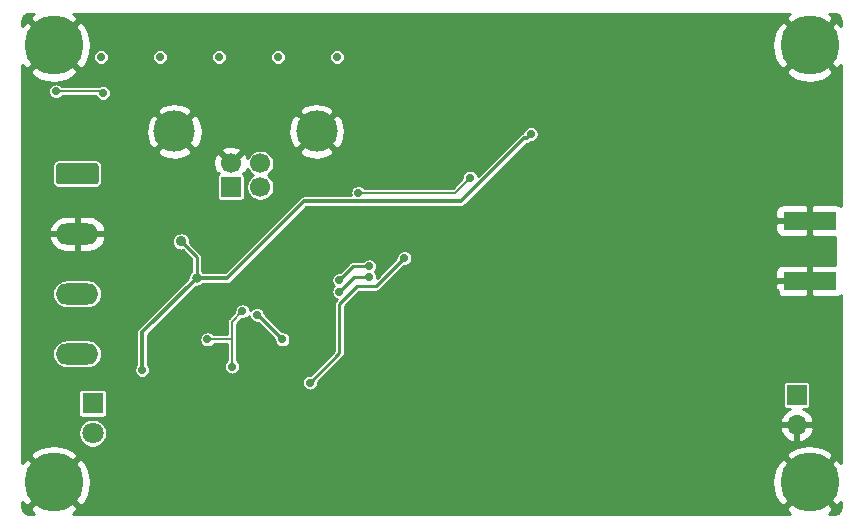
<source format=gbl>
G04 #@! TF.GenerationSoftware,KiCad,Pcbnew,(5.0.2)-1*
G04 #@! TF.CreationDate,2019-02-18T12:49:20+08:00*
G04 #@! TF.ProjectId,DTU-Air720D,4454552d-4169-4723-9732-30442e6b6963,rev?*
G04 #@! TF.SameCoordinates,Original*
G04 #@! TF.FileFunction,Copper,L2,Bot*
G04 #@! TF.FilePolarity,Positive*
%FSLAX46Y46*%
G04 Gerber Fmt 4.6, Leading zero omitted, Abs format (unit mm)*
G04 Created by KiCad (PCBNEW (5.0.2)-1) date 2019/2/18 12:49:20*
%MOMM*%
%LPD*%
G01*
G04 APERTURE LIST*
G04 #@! TA.AperFunction,ComponentPad*
%ADD10R,1.800000X1.800000*%
G04 #@! TD*
G04 #@! TA.AperFunction,ComponentPad*
%ADD11C,1.800000*%
G04 #@! TD*
G04 #@! TA.AperFunction,SMDPad,CuDef*
%ADD12R,4.500000X1.500000*%
G04 #@! TD*
G04 #@! TA.AperFunction,Conductor*
%ADD13C,0.100000*%
G04 #@! TD*
G04 #@! TA.AperFunction,ComponentPad*
%ADD14O,3.600000X1.800000*%
G04 #@! TD*
G04 #@! TA.AperFunction,ComponentPad*
%ADD15C,5.000000*%
G04 #@! TD*
G04 #@! TA.AperFunction,ComponentPad*
%ADD16R,1.700000X1.700000*%
G04 #@! TD*
G04 #@! TA.AperFunction,ComponentPad*
%ADD17O,1.700000X1.700000*%
G04 #@! TD*
G04 #@! TA.AperFunction,ComponentPad*
%ADD18C,3.500000*%
G04 #@! TD*
G04 #@! TA.AperFunction,ComponentPad*
%ADD19C,1.700000*%
G04 #@! TD*
G04 #@! TA.AperFunction,ViaPad*
%ADD20C,0.700000*%
G04 #@! TD*
G04 #@! TA.AperFunction,ViaPad*
%ADD21C,0.900000*%
G04 #@! TD*
G04 #@! TA.AperFunction,ViaPad*
%ADD22C,0.800000*%
G04 #@! TD*
G04 #@! TA.AperFunction,Conductor*
%ADD23C,0.250000*%
G04 #@! TD*
G04 #@! TA.AperFunction,Conductor*
%ADD24C,0.350000*%
G04 #@! TD*
G04 #@! TA.AperFunction,Conductor*
%ADD25C,0.200000*%
G04 #@! TD*
G04 #@! TA.AperFunction,Conductor*
%ADD26C,0.254000*%
G04 #@! TD*
G04 APERTURE END LIST*
D10*
G04 #@! TO.P,D9,2*
G04 #@! TO.N,Net-(D8-Pad2)*
X106300000Y-90300000D03*
D11*
G04 #@! TO.P,D9,1*
G04 #@! TO.N,Net-(D8-Pad1)*
X106300000Y-92840000D03*
G04 #@! TD*
D12*
G04 #@! TO.P,AE1,2*
G04 #@! TO.N,GNDA*
X167000000Y-79950000D03*
X167000000Y-74850000D03*
G04 #@! TD*
D13*
G04 #@! TO.N,Net-(D1-Pad2)*
G04 #@! TO.C,J3*
G36*
X106574324Y-69981205D02*
X106598612Y-69984808D01*
X106622429Y-69990774D01*
X106645547Y-69999045D01*
X106667743Y-70009543D01*
X106688804Y-70022166D01*
X106708525Y-70036793D01*
X106726718Y-70053282D01*
X106743207Y-70071475D01*
X106757834Y-70091196D01*
X106770457Y-70112257D01*
X106780955Y-70134453D01*
X106789226Y-70157571D01*
X106795192Y-70181388D01*
X106798795Y-70205676D01*
X106800000Y-70230200D01*
X106800000Y-71529800D01*
X106798795Y-71554324D01*
X106795192Y-71578612D01*
X106789226Y-71602429D01*
X106780955Y-71625547D01*
X106770457Y-71647743D01*
X106757834Y-71668804D01*
X106743207Y-71688525D01*
X106726718Y-71706718D01*
X106708525Y-71723207D01*
X106688804Y-71737834D01*
X106667743Y-71750457D01*
X106645547Y-71760955D01*
X106622429Y-71769226D01*
X106598612Y-71775192D01*
X106574324Y-71778795D01*
X106549800Y-71780000D01*
X103450200Y-71780000D01*
X103425676Y-71778795D01*
X103401388Y-71775192D01*
X103377571Y-71769226D01*
X103354453Y-71760955D01*
X103332257Y-71750457D01*
X103311196Y-71737834D01*
X103291475Y-71723207D01*
X103273282Y-71706718D01*
X103256793Y-71688525D01*
X103242166Y-71668804D01*
X103229543Y-71647743D01*
X103219045Y-71625547D01*
X103210774Y-71602429D01*
X103204808Y-71578612D01*
X103201205Y-71554324D01*
X103200000Y-71529800D01*
X103200000Y-70230200D01*
X103201205Y-70205676D01*
X103204808Y-70181388D01*
X103210774Y-70157571D01*
X103219045Y-70134453D01*
X103229543Y-70112257D01*
X103242166Y-70091196D01*
X103256793Y-70071475D01*
X103273282Y-70053282D01*
X103291475Y-70036793D01*
X103311196Y-70022166D01*
X103332257Y-70009543D01*
X103354453Y-69999045D01*
X103377571Y-69990774D01*
X103401388Y-69984808D01*
X103425676Y-69981205D01*
X103450200Y-69980000D01*
X106549800Y-69980000D01*
X106574324Y-69981205D01*
X106574324Y-69981205D01*
G37*
D11*
G04 #@! TD*
G04 #@! TO.P,J3,1*
G04 #@! TO.N,Net-(D1-Pad2)*
X105000000Y-70880000D03*
D14*
G04 #@! TO.P,J3,2*
G04 #@! TO.N,GNDA*
X105000000Y-75960000D03*
G04 #@! TO.P,J3,3*
G04 #@! TO.N,/485_A*
X105000000Y-81040000D03*
G04 #@! TO.P,J3,4*
G04 #@! TO.N,/485_B*
X105000000Y-86120000D03*
G04 #@! TD*
D15*
G04 #@! TO.P,H2,1*
G04 #@! TO.N,GNDA*
X167000000Y-97000000D03*
G04 #@! TD*
D16*
G04 #@! TO.P,J2,1*
G04 #@! TO.N,/RESET*
X165900000Y-89600000D03*
D17*
G04 #@! TO.P,J2,2*
G04 #@! TO.N,GNDA*
X165900000Y-92140000D03*
G04 #@! TD*
D18*
G04 #@! TO.P,J1,5*
G04 #@! TO.N,GNDA*
X125270000Y-67290000D03*
X113230000Y-67290000D03*
D19*
G04 #@! TO.P,J1,4*
X118000000Y-70000000D03*
G04 #@! TO.P,J1,3*
G04 #@! TO.N,/D+*
X120500000Y-70000000D03*
G04 #@! TO.P,J1,2*
G04 #@! TO.N,/D-*
X120500000Y-72000000D03*
D16*
G04 #@! TO.P,J1,1*
G04 #@! TO.N,VBUS*
X118000000Y-72000000D03*
G04 #@! TD*
D15*
G04 #@! TO.P,H1,1*
G04 #@! TO.N,GNDA*
X103000000Y-97000000D03*
G04 #@! TD*
G04 #@! TO.P,H3,1*
G04 #@! TO.N,GNDA*
X167000000Y-60000000D03*
G04 #@! TD*
G04 #@! TO.P,H4,1*
G04 #@! TO.N,GNDA*
X103000000Y-60000000D03*
G04 #@! TD*
D20*
G04 #@! TO.N,*
X107000000Y-61000000D03*
X112000000Y-61000000D03*
X117000000Y-61000000D03*
X122000000Y-61000000D03*
X127000000Y-61000000D03*
G04 #@! TO.N,GNDA*
X125100000Y-85800000D03*
X123100000Y-81100000D03*
X164100000Y-76100000D03*
D21*
X164100000Y-64400000D03*
X169100000Y-64400000D03*
X164100000Y-69400000D03*
X169100000Y-69400000D03*
X164100000Y-73500000D03*
X168700000Y-74850000D03*
D20*
X164100000Y-78700000D03*
D21*
X168700000Y-79950000D03*
X164100000Y-84400000D03*
X169100000Y-84400000D03*
X164100000Y-88400000D03*
X169100000Y-89400000D03*
X157700000Y-71500000D03*
X157000000Y-58000000D03*
X107000000Y-58000000D03*
X161600000Y-58000000D03*
X167500000Y-81800000D03*
X164100000Y-81000000D03*
X167500000Y-72800000D03*
D20*
X114200000Y-81800000D03*
X134400000Y-71700000D03*
X126200000Y-82600000D03*
D21*
X112000000Y-58000000D03*
X117000000Y-58000000D03*
X122000000Y-58000000D03*
X127000000Y-58000000D03*
X119000000Y-67000000D03*
X137000000Y-58000000D03*
X142000000Y-58000000D03*
X147000000Y-58000000D03*
X152000000Y-58000000D03*
D20*
X137000000Y-67000000D03*
X137000000Y-62600000D03*
X151000000Y-61800000D03*
X151000000Y-63700000D03*
X152500000Y-64400000D03*
X115000000Y-90000000D03*
X120000000Y-90000000D03*
X115000000Y-95000000D03*
X120000000Y-95000000D03*
X125000000Y-95000000D03*
X102000000Y-73000000D03*
X102000000Y-78000000D03*
X102000000Y-83000000D03*
X102000000Y-88000000D03*
X108200000Y-86300000D03*
X113000000Y-74000000D03*
X134800000Y-65200000D03*
X141800000Y-65800000D03*
X134400000Y-76300000D03*
X144400000Y-71700000D03*
X149400000Y-71700000D03*
X154400000Y-71700000D03*
X159400000Y-71700000D03*
X139400000Y-76300000D03*
X144400000Y-76300000D03*
X149400000Y-76300000D03*
X154400000Y-76300000D03*
X159400000Y-76300000D03*
X139400000Y-76300000D03*
X144400000Y-76300000D03*
X149400000Y-76300000D03*
X154400000Y-76300000D03*
X159400000Y-76300000D03*
X134400000Y-81000000D03*
X139400000Y-81000000D03*
X144400000Y-81000000D03*
X149400000Y-81000000D03*
X154400000Y-81000000D03*
X159400000Y-81000000D03*
X134400000Y-85700000D03*
X139400000Y-85700000D03*
X144400000Y-85700000D03*
X149400000Y-85700000D03*
X154400000Y-85700000D03*
X159400000Y-85700000D03*
X139400000Y-85700000D03*
X144400000Y-85700000D03*
X149400000Y-85700000D03*
X154400000Y-85700000D03*
X159400000Y-85700000D03*
X134400000Y-90400000D03*
X139400000Y-90400000D03*
X144400000Y-90400000D03*
X149400000Y-90400000D03*
X154400000Y-90400000D03*
X159400000Y-90400000D03*
X134400000Y-95100000D03*
X139400000Y-95100000D03*
X144400000Y-95100000D03*
X149400000Y-95100000D03*
X154400000Y-95100000D03*
X159400000Y-95100000D03*
X131400000Y-68200000D03*
X112500000Y-85300000D03*
X119400000Y-73149990D03*
X127700010Y-77500000D03*
X117200000Y-87500000D03*
X127700000Y-87000000D03*
X117987340Y-75787340D03*
X124500000Y-74300000D03*
X128800000Y-74300000D03*
D21*
G04 #@! TO.N,+4V*
X113800000Y-76600000D03*
D22*
X115100000Y-79700000D03*
D20*
X110500000Y-87500000D03*
X143400000Y-67500000D03*
G04 #@! TO.N,Net-(D1-Pad2)*
X103200000Y-63899994D03*
X107200000Y-64050000D03*
G04 #@! TO.N,/LED*
X132700000Y-78000000D03*
X124700000Y-88549998D03*
G04 #@! TO.N,VBUS*
X138250000Y-71190002D03*
X128800000Y-72474990D03*
G04 #@! TO.N,/SIM_DAT*
X122375000Y-84900000D03*
X120200000Y-82800008D03*
G04 #@! TO.N,/SIM_VDD*
X116025000Y-84900000D03*
X118986886Y-82520020D03*
X118115708Y-87196322D03*
G04 #@! TO.N,/U1_RXD*
X127202858Y-80848459D03*
X129725021Y-79600021D03*
X129725021Y-79600019D03*
G04 #@! TO.N,+1V8*
X127200000Y-79850000D03*
X129725021Y-78700008D03*
G04 #@! TD*
D23*
G04 #@! TO.N,+4V*
X115100000Y-77900000D02*
X115100000Y-79700000D01*
X113800000Y-76600000D02*
X115100000Y-77900000D01*
D24*
X115100000Y-79700000D02*
X110500000Y-84300000D01*
X110500000Y-84300000D02*
X110500000Y-87005026D01*
X110500000Y-87005026D02*
X110500000Y-87500000D01*
X117700000Y-79700000D02*
X115100000Y-79700000D01*
X124200000Y-73200000D02*
X117700000Y-79700000D01*
X137500000Y-73200000D02*
X124200000Y-73200000D01*
X142850001Y-67849999D02*
X137500000Y-73200000D01*
X143400000Y-67500000D02*
X143050001Y-67849999D01*
X143050001Y-67849999D02*
X142850001Y-67849999D01*
D25*
G04 #@! TO.N,Net-(D1-Pad2)*
X107049994Y-63899994D02*
X107200000Y-64050000D01*
X103200000Y-63899994D02*
X107049994Y-63899994D01*
D23*
G04 #@! TO.N,/LED*
X128700000Y-80400000D02*
X127200000Y-81900000D01*
X132700000Y-78000000D02*
X130300000Y-80400000D01*
X130300000Y-80400000D02*
X128700000Y-80400000D01*
X127200000Y-86049998D02*
X124700000Y-88549998D01*
X127200000Y-81900000D02*
X127200000Y-86049998D01*
D25*
G04 #@! TO.N,VBUS*
X136965012Y-72474990D02*
X128800000Y-72474990D01*
X138250000Y-71190002D02*
X136965012Y-72474990D01*
D23*
G04 #@! TO.N,/SIM_DAT*
X122375000Y-84900000D02*
X120275008Y-82800008D01*
X120275008Y-82800008D02*
X120200000Y-82800008D01*
D25*
G04 #@! TO.N,/SIM_VDD*
X118986886Y-82520020D02*
X118115708Y-83391198D01*
X118115708Y-86701348D02*
X118115708Y-87196322D01*
X116025000Y-84900000D02*
X118115708Y-84900000D01*
X118115708Y-83391198D02*
X118115708Y-84900000D01*
X118115708Y-84900000D02*
X118115708Y-86701348D01*
D23*
G04 #@! TO.N,/U1_RXD*
X129230047Y-79600021D02*
X129725021Y-79600021D01*
X127202858Y-80848459D02*
X128451296Y-79600021D01*
X128451296Y-79600021D02*
X129230047Y-79600021D01*
G04 #@! TO.N,+1V8*
X129230047Y-78700008D02*
X129725021Y-78700008D01*
X128349992Y-78700008D02*
X129230047Y-78700008D01*
X127200000Y-79850000D02*
X128349992Y-78700008D01*
G04 #@! TD*
D26*
G04 #@! TO.N,GNDA*
G36*
X101252627Y-57378882D02*
X100976457Y-57796852D01*
X103000000Y-59820395D01*
X105023543Y-57796852D01*
X104747373Y-57378882D01*
X104650061Y-57327000D01*
X165349691Y-57327000D01*
X165252627Y-57378882D01*
X164976457Y-57796852D01*
X167000000Y-59820395D01*
X169023543Y-57796852D01*
X168747373Y-57378882D01*
X168650061Y-57327000D01*
X168984010Y-57327000D01*
X169130411Y-57341355D01*
X169255864Y-57379231D01*
X169371564Y-57440750D01*
X169473116Y-57523574D01*
X169556644Y-57624542D01*
X169618968Y-57739807D01*
X169657717Y-57864987D01*
X169673001Y-58010399D01*
X169673001Y-58349693D01*
X169621118Y-58252627D01*
X169203148Y-57976457D01*
X167179605Y-60000000D01*
X169203148Y-62023543D01*
X169621118Y-61747373D01*
X169673001Y-61650060D01*
X169673000Y-73624974D01*
X169654789Y-73606763D01*
X169550785Y-73537270D01*
X169435223Y-73489403D01*
X169312542Y-73465000D01*
X167285750Y-73465000D01*
X167127000Y-73623750D01*
X167127000Y-74723000D01*
X167147000Y-74723000D01*
X167147000Y-74977000D01*
X167127000Y-74977000D01*
X167127000Y-76076250D01*
X167285750Y-76235000D01*
X169173000Y-76235000D01*
X169173001Y-78565000D01*
X167285750Y-78565000D01*
X167127000Y-78723750D01*
X167127000Y-79823000D01*
X167147000Y-79823000D01*
X167147000Y-80077000D01*
X167127000Y-80077000D01*
X167127000Y-81176250D01*
X167285750Y-81335000D01*
X169312542Y-81335000D01*
X169435223Y-81310597D01*
X169550785Y-81262730D01*
X169654789Y-81193237D01*
X169673000Y-81175026D01*
X169673001Y-95349693D01*
X169621118Y-95252627D01*
X169203148Y-94976457D01*
X167179605Y-97000000D01*
X169203148Y-99023543D01*
X169621118Y-98747373D01*
X169673001Y-98650059D01*
X169673001Y-98984001D01*
X169658645Y-99130415D01*
X169620769Y-99255864D01*
X169559250Y-99371564D01*
X169476426Y-99473117D01*
X169375461Y-99556642D01*
X169260191Y-99618968D01*
X169135013Y-99657717D01*
X168989610Y-99673000D01*
X168650309Y-99673000D01*
X168747373Y-99621118D01*
X169023543Y-99203148D01*
X167000000Y-97179605D01*
X164976457Y-99203148D01*
X165252627Y-99621118D01*
X165349939Y-99673000D01*
X104650309Y-99673000D01*
X104747373Y-99621118D01*
X105023543Y-99203148D01*
X103000000Y-97179605D01*
X100976457Y-99203148D01*
X101252627Y-99621118D01*
X101349939Y-99673000D01*
X101015989Y-99673000D01*
X100869585Y-99658645D01*
X100744136Y-99620769D01*
X100628436Y-99559250D01*
X100526883Y-99476426D01*
X100443358Y-99375461D01*
X100381032Y-99260191D01*
X100342283Y-99135013D01*
X100327000Y-98989610D01*
X100327000Y-98650309D01*
X100378882Y-98747373D01*
X100796852Y-99023543D01*
X102820395Y-97000000D01*
X103179605Y-97000000D01*
X105203148Y-99023543D01*
X105621118Y-98747373D01*
X105911649Y-98202443D01*
X106090287Y-97611304D01*
X106149519Y-97003328D01*
X163849832Y-97003328D01*
X163911010Y-97617831D01*
X164090897Y-98208592D01*
X164378882Y-98747373D01*
X164796852Y-99023543D01*
X166820395Y-97000000D01*
X164796852Y-94976457D01*
X164378882Y-95252627D01*
X164088351Y-95797557D01*
X163909713Y-96388696D01*
X163849832Y-97003328D01*
X106149519Y-97003328D01*
X106150168Y-96996672D01*
X106088990Y-96382169D01*
X105909103Y-95791408D01*
X105621118Y-95252627D01*
X105203148Y-94976457D01*
X103179605Y-97000000D01*
X102820395Y-97000000D01*
X100796852Y-94976457D01*
X100378882Y-95252627D01*
X100327000Y-95349939D01*
X100327000Y-94796852D01*
X100976457Y-94796852D01*
X103000000Y-96820395D01*
X105023543Y-94796852D01*
X164976457Y-94796852D01*
X167000000Y-96820395D01*
X169023543Y-94796852D01*
X168747373Y-94378882D01*
X168202443Y-94088351D01*
X167611304Y-93909713D01*
X166996672Y-93849832D01*
X166382169Y-93911010D01*
X165791408Y-94090897D01*
X165252627Y-94378882D01*
X164976457Y-94796852D01*
X105023543Y-94796852D01*
X104747373Y-94378882D01*
X104202443Y-94088351D01*
X103611304Y-93909713D01*
X102996672Y-93849832D01*
X102382169Y-93911010D01*
X101791408Y-94090897D01*
X101252627Y-94378882D01*
X100976457Y-94796852D01*
X100327000Y-94796852D01*
X100327000Y-92719151D01*
X105073000Y-92719151D01*
X105073000Y-92960849D01*
X105120153Y-93197903D01*
X105212647Y-93421202D01*
X105346927Y-93622167D01*
X105517833Y-93793073D01*
X105718798Y-93927353D01*
X105942097Y-94019847D01*
X106179151Y-94067000D01*
X106420849Y-94067000D01*
X106657903Y-94019847D01*
X106881202Y-93927353D01*
X107082167Y-93793073D01*
X107253073Y-93622167D01*
X107387353Y-93421202D01*
X107479847Y-93197903D01*
X107527000Y-92960849D01*
X107527000Y-92719151D01*
X107482790Y-92496890D01*
X164458524Y-92496890D01*
X164503175Y-92644099D01*
X164628359Y-92906920D01*
X164802412Y-93140269D01*
X165018645Y-93335178D01*
X165268748Y-93484157D01*
X165543109Y-93581481D01*
X165773000Y-93460814D01*
X165773000Y-92267000D01*
X166027000Y-92267000D01*
X166027000Y-93460814D01*
X166256891Y-93581481D01*
X166531252Y-93484157D01*
X166781355Y-93335178D01*
X166997588Y-93140269D01*
X167171641Y-92906920D01*
X167296825Y-92644099D01*
X167341476Y-92496890D01*
X167220155Y-92267000D01*
X166027000Y-92267000D01*
X165773000Y-92267000D01*
X164579845Y-92267000D01*
X164458524Y-92496890D01*
X107482790Y-92496890D01*
X107479847Y-92482097D01*
X107387353Y-92258798D01*
X107253073Y-92057833D01*
X107082167Y-91886927D01*
X106926794Y-91783110D01*
X164458524Y-91783110D01*
X164579845Y-92013000D01*
X165773000Y-92013000D01*
X165773000Y-91993000D01*
X166027000Y-91993000D01*
X166027000Y-92013000D01*
X167220155Y-92013000D01*
X167341476Y-91783110D01*
X167296825Y-91635901D01*
X167171641Y-91373080D01*
X166997588Y-91139731D01*
X166781355Y-90944822D01*
X166531252Y-90795843D01*
X166482592Y-90778582D01*
X166750000Y-90778582D01*
X166814103Y-90772268D01*
X166875743Y-90753570D01*
X166932550Y-90723206D01*
X166982343Y-90682343D01*
X167023206Y-90632550D01*
X167053570Y-90575743D01*
X167072268Y-90514103D01*
X167078582Y-90450000D01*
X167078582Y-88750000D01*
X167072268Y-88685897D01*
X167053570Y-88624257D01*
X167023206Y-88567450D01*
X166982343Y-88517657D01*
X166932550Y-88476794D01*
X166875743Y-88446430D01*
X166814103Y-88427732D01*
X166750000Y-88421418D01*
X165050000Y-88421418D01*
X164985897Y-88427732D01*
X164924257Y-88446430D01*
X164867450Y-88476794D01*
X164817657Y-88517657D01*
X164776794Y-88567450D01*
X164746430Y-88624257D01*
X164727732Y-88685897D01*
X164721418Y-88750000D01*
X164721418Y-90450000D01*
X164727732Y-90514103D01*
X164746430Y-90575743D01*
X164776794Y-90632550D01*
X164817657Y-90682343D01*
X164867450Y-90723206D01*
X164924257Y-90753570D01*
X164985897Y-90772268D01*
X165050000Y-90778582D01*
X165317408Y-90778582D01*
X165268748Y-90795843D01*
X165018645Y-90944822D01*
X164802412Y-91139731D01*
X164628359Y-91373080D01*
X164503175Y-91635901D01*
X164458524Y-91783110D01*
X106926794Y-91783110D01*
X106881202Y-91752647D01*
X106657903Y-91660153D01*
X106420849Y-91613000D01*
X106179151Y-91613000D01*
X105942097Y-91660153D01*
X105718798Y-91752647D01*
X105517833Y-91886927D01*
X105346927Y-92057833D01*
X105212647Y-92258798D01*
X105120153Y-92482097D01*
X105073000Y-92719151D01*
X100327000Y-92719151D01*
X100327000Y-89400000D01*
X105071418Y-89400000D01*
X105071418Y-91200000D01*
X105077732Y-91264103D01*
X105096430Y-91325743D01*
X105126794Y-91382550D01*
X105167657Y-91432343D01*
X105217450Y-91473206D01*
X105274257Y-91503570D01*
X105335897Y-91522268D01*
X105400000Y-91528582D01*
X107200000Y-91528582D01*
X107264103Y-91522268D01*
X107325743Y-91503570D01*
X107382550Y-91473206D01*
X107432343Y-91432343D01*
X107473206Y-91382550D01*
X107503570Y-91325743D01*
X107522268Y-91264103D01*
X107528582Y-91200000D01*
X107528582Y-89400000D01*
X107522268Y-89335897D01*
X107503570Y-89274257D01*
X107473206Y-89217450D01*
X107432343Y-89167657D01*
X107382550Y-89126794D01*
X107325743Y-89096430D01*
X107264103Y-89077732D01*
X107200000Y-89071418D01*
X105400000Y-89071418D01*
X105335897Y-89077732D01*
X105274257Y-89096430D01*
X105217450Y-89126794D01*
X105167657Y-89167657D01*
X105126794Y-89217450D01*
X105096430Y-89274257D01*
X105077732Y-89335897D01*
X105071418Y-89400000D01*
X100327000Y-89400000D01*
X100327000Y-88483319D01*
X124023000Y-88483319D01*
X124023000Y-88616677D01*
X124049016Y-88747472D01*
X124100050Y-88870678D01*
X124174140Y-88981561D01*
X124268437Y-89075858D01*
X124379320Y-89149948D01*
X124502526Y-89200982D01*
X124633321Y-89226998D01*
X124766679Y-89226998D01*
X124897474Y-89200982D01*
X125020680Y-89149948D01*
X125131563Y-89075858D01*
X125225860Y-88981561D01*
X125299950Y-88870678D01*
X125350984Y-88747472D01*
X125377000Y-88616677D01*
X125377000Y-88512221D01*
X127503905Y-86385317D01*
X127521159Y-86371157D01*
X127577643Y-86302331D01*
X127619614Y-86223808D01*
X127645460Y-86138605D01*
X127647293Y-86120000D01*
X127654187Y-86049998D01*
X127652000Y-86027793D01*
X127652000Y-82087223D01*
X128887225Y-80852000D01*
X130277795Y-80852000D01*
X130300000Y-80854187D01*
X130322205Y-80852000D01*
X130388607Y-80845460D01*
X130473810Y-80819614D01*
X130552333Y-80777643D01*
X130621159Y-80721159D01*
X130635323Y-80703900D01*
X131103473Y-80235750D01*
X164115000Y-80235750D01*
X164115000Y-80762542D01*
X164139403Y-80885223D01*
X164187270Y-81000785D01*
X164256763Y-81104789D01*
X164345211Y-81193237D01*
X164449215Y-81262730D01*
X164564777Y-81310597D01*
X164687458Y-81335000D01*
X166714250Y-81335000D01*
X166873000Y-81176250D01*
X166873000Y-80077000D01*
X164273750Y-80077000D01*
X164115000Y-80235750D01*
X131103473Y-80235750D01*
X132201765Y-79137458D01*
X164115000Y-79137458D01*
X164115000Y-79664250D01*
X164273750Y-79823000D01*
X166873000Y-79823000D01*
X166873000Y-78723750D01*
X166714250Y-78565000D01*
X164687458Y-78565000D01*
X164564777Y-78589403D01*
X164449215Y-78637270D01*
X164345211Y-78706763D01*
X164256763Y-78795211D01*
X164187270Y-78899215D01*
X164139403Y-79014777D01*
X164115000Y-79137458D01*
X132201765Y-79137458D01*
X132662224Y-78677000D01*
X132766679Y-78677000D01*
X132897474Y-78650984D01*
X133020680Y-78599950D01*
X133131563Y-78525860D01*
X133225860Y-78431563D01*
X133299950Y-78320680D01*
X133350984Y-78197474D01*
X133377000Y-78066679D01*
X133377000Y-77933321D01*
X133350984Y-77802526D01*
X133299950Y-77679320D01*
X133225860Y-77568437D01*
X133131563Y-77474140D01*
X133020680Y-77400050D01*
X132897474Y-77349016D01*
X132766679Y-77323000D01*
X132633321Y-77323000D01*
X132502526Y-77349016D01*
X132379320Y-77400050D01*
X132268437Y-77474140D01*
X132174140Y-77568437D01*
X132100050Y-77679320D01*
X132049016Y-77802526D01*
X132023000Y-77933321D01*
X132023000Y-78037776D01*
X130402021Y-79658756D01*
X130402021Y-79533342D01*
X130401221Y-79529320D01*
X130376005Y-79402545D01*
X130324971Y-79279339D01*
X130250881Y-79168456D01*
X130232439Y-79150014D01*
X130250881Y-79131571D01*
X130324971Y-79020688D01*
X130376005Y-78897482D01*
X130402021Y-78766687D01*
X130402021Y-78633329D01*
X130376005Y-78502534D01*
X130324971Y-78379328D01*
X130250881Y-78268445D01*
X130156584Y-78174148D01*
X130045701Y-78100058D01*
X129922495Y-78049024D01*
X129791700Y-78023008D01*
X129658342Y-78023008D01*
X129527547Y-78049024D01*
X129404341Y-78100058D01*
X129293458Y-78174148D01*
X129219598Y-78248008D01*
X128372196Y-78248008D01*
X128349991Y-78245821D01*
X128261384Y-78254548D01*
X128241554Y-78260564D01*
X128176182Y-78280394D01*
X128097659Y-78322365D01*
X128028833Y-78378849D01*
X128014677Y-78396098D01*
X127237776Y-79173000D01*
X127133321Y-79173000D01*
X127002526Y-79199016D01*
X126879320Y-79250050D01*
X126768437Y-79324140D01*
X126674140Y-79418437D01*
X126600050Y-79529320D01*
X126549016Y-79652526D01*
X126523000Y-79783321D01*
X126523000Y-79916679D01*
X126549016Y-80047474D01*
X126600050Y-80170680D01*
X126674140Y-80281563D01*
X126743236Y-80350659D01*
X126676998Y-80416896D01*
X126602908Y-80527779D01*
X126551874Y-80650985D01*
X126525858Y-80781780D01*
X126525858Y-80915138D01*
X126551874Y-81045933D01*
X126602908Y-81169139D01*
X126676998Y-81280022D01*
X126771295Y-81374319D01*
X126882178Y-81448409D01*
X126974236Y-81486541D01*
X126896100Y-81564677D01*
X126878841Y-81578841D01*
X126822358Y-81647667D01*
X126780386Y-81726191D01*
X126754540Y-81811393D01*
X126745813Y-81900000D01*
X126748000Y-81922205D01*
X126748001Y-85862773D01*
X124737777Y-87872998D01*
X124633321Y-87872998D01*
X124502526Y-87899014D01*
X124379320Y-87950048D01*
X124268437Y-88024138D01*
X124174140Y-88118435D01*
X124100050Y-88229318D01*
X124049016Y-88352524D01*
X124023000Y-88483319D01*
X100327000Y-88483319D01*
X100327000Y-87433321D01*
X109823000Y-87433321D01*
X109823000Y-87566679D01*
X109849016Y-87697474D01*
X109900050Y-87820680D01*
X109974140Y-87931563D01*
X110068437Y-88025860D01*
X110179320Y-88099950D01*
X110302526Y-88150984D01*
X110433321Y-88177000D01*
X110566679Y-88177000D01*
X110697474Y-88150984D01*
X110820680Y-88099950D01*
X110931563Y-88025860D01*
X111025860Y-87931563D01*
X111099950Y-87820680D01*
X111150984Y-87697474D01*
X111177000Y-87566679D01*
X111177000Y-87433321D01*
X111150984Y-87302526D01*
X111099950Y-87179320D01*
X111025860Y-87068437D01*
X111002000Y-87044577D01*
X111002000Y-84833321D01*
X115348000Y-84833321D01*
X115348000Y-84966679D01*
X115374016Y-85097474D01*
X115425050Y-85220680D01*
X115499140Y-85331563D01*
X115593437Y-85425860D01*
X115704320Y-85499950D01*
X115827526Y-85550984D01*
X115958321Y-85577000D01*
X116091679Y-85577000D01*
X116222474Y-85550984D01*
X116345680Y-85499950D01*
X116456563Y-85425860D01*
X116550860Y-85331563D01*
X116553909Y-85327000D01*
X117688708Y-85327000D01*
X117688709Y-86667412D01*
X117684145Y-86670462D01*
X117589848Y-86764759D01*
X117515758Y-86875642D01*
X117464724Y-86998848D01*
X117438708Y-87129643D01*
X117438708Y-87263001D01*
X117464724Y-87393796D01*
X117515758Y-87517002D01*
X117589848Y-87627885D01*
X117684145Y-87722182D01*
X117795028Y-87796272D01*
X117918234Y-87847306D01*
X118049029Y-87873322D01*
X118182387Y-87873322D01*
X118313182Y-87847306D01*
X118436388Y-87796272D01*
X118547271Y-87722182D01*
X118641568Y-87627885D01*
X118715658Y-87517002D01*
X118766692Y-87393796D01*
X118792708Y-87263001D01*
X118792708Y-87129643D01*
X118766692Y-86998848D01*
X118715658Y-86875642D01*
X118641568Y-86764759D01*
X118547271Y-86670462D01*
X118542708Y-86667413D01*
X118542708Y-84920978D01*
X118544774Y-84900000D01*
X118542708Y-84879022D01*
X118542708Y-83568066D01*
X118914825Y-83195949D01*
X118920207Y-83197020D01*
X119053565Y-83197020D01*
X119184360Y-83171004D01*
X119307566Y-83119970D01*
X119418449Y-83045880D01*
X119512746Y-82951583D01*
X119533660Y-82920282D01*
X119549016Y-82997482D01*
X119600050Y-83120688D01*
X119674140Y-83231571D01*
X119768437Y-83325868D01*
X119879320Y-83399958D01*
X120002526Y-83450992D01*
X120133321Y-83477008D01*
X120266679Y-83477008D01*
X120305135Y-83469359D01*
X121698000Y-84862225D01*
X121698000Y-84966679D01*
X121724016Y-85097474D01*
X121775050Y-85220680D01*
X121849140Y-85331563D01*
X121943437Y-85425860D01*
X122054320Y-85499950D01*
X122177526Y-85550984D01*
X122308321Y-85577000D01*
X122441679Y-85577000D01*
X122572474Y-85550984D01*
X122695680Y-85499950D01*
X122806563Y-85425860D01*
X122900860Y-85331563D01*
X122974950Y-85220680D01*
X123025984Y-85097474D01*
X123052000Y-84966679D01*
X123052000Y-84833321D01*
X123025984Y-84702526D01*
X122974950Y-84579320D01*
X122900860Y-84468437D01*
X122806563Y-84374140D01*
X122695680Y-84300050D01*
X122572474Y-84249016D01*
X122441679Y-84223000D01*
X122337225Y-84223000D01*
X120877000Y-82762777D01*
X120877000Y-82733329D01*
X120850984Y-82602534D01*
X120799950Y-82479328D01*
X120725860Y-82368445D01*
X120631563Y-82274148D01*
X120520680Y-82200058D01*
X120397474Y-82149024D01*
X120266679Y-82123008D01*
X120133321Y-82123008D01*
X120002526Y-82149024D01*
X119879320Y-82200058D01*
X119768437Y-82274148D01*
X119674140Y-82368445D01*
X119653226Y-82399746D01*
X119637870Y-82322546D01*
X119586836Y-82199340D01*
X119512746Y-82088457D01*
X119418449Y-81994160D01*
X119307566Y-81920070D01*
X119184360Y-81869036D01*
X119053565Y-81843020D01*
X118920207Y-81843020D01*
X118789412Y-81869036D01*
X118666206Y-81920070D01*
X118555323Y-81994160D01*
X118461026Y-82088457D01*
X118386936Y-82199340D01*
X118335902Y-82322546D01*
X118309886Y-82453341D01*
X118309886Y-82586699D01*
X118310957Y-82592081D01*
X117828608Y-83074430D01*
X117812313Y-83087803D01*
X117798941Y-83104097D01*
X117798940Y-83104098D01*
X117758953Y-83152822D01*
X117749235Y-83171004D01*
X117719303Y-83227003D01*
X117694886Y-83307492D01*
X117688708Y-83370221D01*
X117688708Y-83370231D01*
X117686643Y-83391198D01*
X117688708Y-83412165D01*
X117688709Y-84473000D01*
X116553909Y-84473000D01*
X116550860Y-84468437D01*
X116456563Y-84374140D01*
X116345680Y-84300050D01*
X116222474Y-84249016D01*
X116091679Y-84223000D01*
X115958321Y-84223000D01*
X115827526Y-84249016D01*
X115704320Y-84300050D01*
X115593437Y-84374140D01*
X115499140Y-84468437D01*
X115425050Y-84579320D01*
X115374016Y-84702526D01*
X115348000Y-84833321D01*
X111002000Y-84833321D01*
X111002000Y-84507934D01*
X115082935Y-80427000D01*
X115171603Y-80427000D01*
X115312058Y-80399062D01*
X115444364Y-80344259D01*
X115563436Y-80264698D01*
X115626134Y-80202000D01*
X117675357Y-80202000D01*
X117700000Y-80204427D01*
X117724643Y-80202000D01*
X117724653Y-80202000D01*
X117798409Y-80194736D01*
X117893036Y-80166031D01*
X117980245Y-80119417D01*
X118056684Y-80056684D01*
X118072402Y-80037532D01*
X122974184Y-75135750D01*
X164115000Y-75135750D01*
X164115000Y-75662542D01*
X164139403Y-75785223D01*
X164187270Y-75900785D01*
X164256763Y-76004789D01*
X164345211Y-76093237D01*
X164449215Y-76162730D01*
X164564777Y-76210597D01*
X164687458Y-76235000D01*
X166714250Y-76235000D01*
X166873000Y-76076250D01*
X166873000Y-74977000D01*
X164273750Y-74977000D01*
X164115000Y-75135750D01*
X122974184Y-75135750D01*
X124072476Y-74037458D01*
X164115000Y-74037458D01*
X164115000Y-74564250D01*
X164273750Y-74723000D01*
X166873000Y-74723000D01*
X166873000Y-73623750D01*
X166714250Y-73465000D01*
X164687458Y-73465000D01*
X164564777Y-73489403D01*
X164449215Y-73537270D01*
X164345211Y-73606763D01*
X164256763Y-73695211D01*
X164187270Y-73799215D01*
X164139403Y-73914777D01*
X164115000Y-74037458D01*
X124072476Y-74037458D01*
X124407935Y-73702000D01*
X137475357Y-73702000D01*
X137500000Y-73704427D01*
X137524643Y-73702000D01*
X137524653Y-73702000D01*
X137598409Y-73694736D01*
X137693036Y-73666031D01*
X137780245Y-73619417D01*
X137856684Y-73556684D01*
X137872402Y-73537532D01*
X143056111Y-68353824D01*
X143074644Y-68351999D01*
X143074654Y-68351999D01*
X143148410Y-68344735D01*
X143243037Y-68316030D01*
X143330246Y-68269416D01*
X143406685Y-68206683D01*
X143422402Y-68187532D01*
X143432934Y-68177000D01*
X143466679Y-68177000D01*
X143597474Y-68150984D01*
X143720680Y-68099950D01*
X143831563Y-68025860D01*
X143925860Y-67931563D01*
X143999950Y-67820680D01*
X144050984Y-67697474D01*
X144077000Y-67566679D01*
X144077000Y-67433321D01*
X144050984Y-67302526D01*
X143999950Y-67179320D01*
X143925860Y-67068437D01*
X143831563Y-66974140D01*
X143720680Y-66900050D01*
X143597474Y-66849016D01*
X143466679Y-66823000D01*
X143333321Y-66823000D01*
X143202526Y-66849016D01*
X143079320Y-66900050D01*
X142968437Y-66974140D01*
X142874140Y-67068437D01*
X142800050Y-67179320D01*
X142749016Y-67302526D01*
X142737687Y-67359481D01*
X142656965Y-67383968D01*
X142569756Y-67430582D01*
X142493317Y-67493315D01*
X142477604Y-67512461D01*
X138917003Y-71073063D01*
X138900984Y-70992528D01*
X138849950Y-70869322D01*
X138775860Y-70758439D01*
X138681563Y-70664142D01*
X138570680Y-70590052D01*
X138447474Y-70539018D01*
X138316679Y-70513002D01*
X138183321Y-70513002D01*
X138052526Y-70539018D01*
X137929320Y-70590052D01*
X137818437Y-70664142D01*
X137724140Y-70758439D01*
X137650050Y-70869322D01*
X137599016Y-70992528D01*
X137573000Y-71123323D01*
X137573000Y-71256681D01*
X137574070Y-71262063D01*
X136788144Y-72047990D01*
X129328909Y-72047990D01*
X129325860Y-72043427D01*
X129231563Y-71949130D01*
X129120680Y-71875040D01*
X128997474Y-71824006D01*
X128866679Y-71797990D01*
X128733321Y-71797990D01*
X128602526Y-71824006D01*
X128479320Y-71875040D01*
X128368437Y-71949130D01*
X128274140Y-72043427D01*
X128200050Y-72154310D01*
X128149016Y-72277516D01*
X128123000Y-72408311D01*
X128123000Y-72541669D01*
X128149016Y-72672464D01*
X128159593Y-72698000D01*
X124224642Y-72698000D01*
X124199999Y-72695573D01*
X124175356Y-72698000D01*
X124175347Y-72698000D01*
X124101591Y-72705264D01*
X124006964Y-72733969D01*
X123919755Y-72780583D01*
X123843316Y-72843316D01*
X123827603Y-72862462D01*
X117492066Y-79198000D01*
X115626134Y-79198000D01*
X115563436Y-79135302D01*
X115552000Y-79127661D01*
X115552000Y-77922205D01*
X115554187Y-77900000D01*
X115545460Y-77811392D01*
X115519614Y-77726190D01*
X115477643Y-77647667D01*
X115421159Y-77578841D01*
X115403906Y-77564682D01*
X114566838Y-76727615D01*
X114577000Y-76676528D01*
X114577000Y-76523472D01*
X114547141Y-76373357D01*
X114488569Y-76231952D01*
X114403536Y-76104691D01*
X114295309Y-75996464D01*
X114168048Y-75911431D01*
X114026643Y-75852859D01*
X113876528Y-75823000D01*
X113723472Y-75823000D01*
X113573357Y-75852859D01*
X113431952Y-75911431D01*
X113304691Y-75996464D01*
X113196464Y-76104691D01*
X113111431Y-76231952D01*
X113052859Y-76373357D01*
X113023000Y-76523472D01*
X113023000Y-76676528D01*
X113052859Y-76826643D01*
X113111431Y-76968048D01*
X113196464Y-77095309D01*
X113304691Y-77203536D01*
X113431952Y-77288569D01*
X113573357Y-77347141D01*
X113723472Y-77377000D01*
X113876528Y-77377000D01*
X113927615Y-77366838D01*
X114648000Y-78087224D01*
X114648001Y-79127660D01*
X114636564Y-79135302D01*
X114535302Y-79236564D01*
X114455741Y-79355636D01*
X114400938Y-79487942D01*
X114373000Y-79628397D01*
X114373000Y-79717065D01*
X110162468Y-83927598D01*
X110143316Y-83943316D01*
X110080583Y-84019755D01*
X110033969Y-84106965D01*
X110005264Y-84201592D01*
X109998000Y-84275348D01*
X109998000Y-84275357D01*
X109995573Y-84300000D01*
X109998000Y-84324643D01*
X109998001Y-86980364D01*
X109998000Y-86980374D01*
X109998000Y-87044577D01*
X109974140Y-87068437D01*
X109900050Y-87179320D01*
X109849016Y-87302526D01*
X109823000Y-87433321D01*
X100327000Y-87433321D01*
X100327000Y-86120000D01*
X102867064Y-86120000D01*
X102890755Y-86360534D01*
X102960916Y-86591824D01*
X103074851Y-86804983D01*
X103228183Y-86991817D01*
X103415017Y-87145149D01*
X103628176Y-87259084D01*
X103859466Y-87329245D01*
X104039732Y-87347000D01*
X105960268Y-87347000D01*
X106140534Y-87329245D01*
X106371824Y-87259084D01*
X106584983Y-87145149D01*
X106771817Y-86991817D01*
X106925149Y-86804983D01*
X107039084Y-86591824D01*
X107109245Y-86360534D01*
X107132936Y-86120000D01*
X107109245Y-85879466D01*
X107039084Y-85648176D01*
X106925149Y-85435017D01*
X106771817Y-85248183D01*
X106584983Y-85094851D01*
X106371824Y-84980916D01*
X106140534Y-84910755D01*
X105960268Y-84893000D01*
X104039732Y-84893000D01*
X103859466Y-84910755D01*
X103628176Y-84980916D01*
X103415017Y-85094851D01*
X103228183Y-85248183D01*
X103074851Y-85435017D01*
X102960916Y-85648176D01*
X102890755Y-85879466D01*
X102867064Y-86120000D01*
X100327000Y-86120000D01*
X100327000Y-81040000D01*
X102867064Y-81040000D01*
X102890755Y-81280534D01*
X102960916Y-81511824D01*
X103074851Y-81724983D01*
X103228183Y-81911817D01*
X103415017Y-82065149D01*
X103628176Y-82179084D01*
X103859466Y-82249245D01*
X104039732Y-82267000D01*
X105960268Y-82267000D01*
X106140534Y-82249245D01*
X106371824Y-82179084D01*
X106584983Y-82065149D01*
X106771817Y-81911817D01*
X106925149Y-81724983D01*
X107039084Y-81511824D01*
X107109245Y-81280534D01*
X107132936Y-81040000D01*
X107109245Y-80799466D01*
X107039084Y-80568176D01*
X106925149Y-80355017D01*
X106771817Y-80168183D01*
X106584983Y-80014851D01*
X106371824Y-79900916D01*
X106140534Y-79830755D01*
X105960268Y-79813000D01*
X104039732Y-79813000D01*
X103859466Y-79830755D01*
X103628176Y-79900916D01*
X103415017Y-80014851D01*
X103228183Y-80168183D01*
X103074851Y-80355017D01*
X102960916Y-80568176D01*
X102890755Y-80799466D01*
X102867064Y-81040000D01*
X100327000Y-81040000D01*
X100327000Y-76324740D01*
X102608964Y-76324740D01*
X102633245Y-76430087D01*
X102753138Y-76707204D01*
X102924790Y-76955606D01*
X103141604Y-77165748D01*
X103395249Y-77329554D01*
X103675977Y-77440729D01*
X103973000Y-77495000D01*
X104873000Y-77495000D01*
X104873000Y-76087000D01*
X105127000Y-76087000D01*
X105127000Y-77495000D01*
X106027000Y-77495000D01*
X106324023Y-77440729D01*
X106604751Y-77329554D01*
X106858396Y-77165748D01*
X107075210Y-76955606D01*
X107246862Y-76707204D01*
X107366755Y-76430087D01*
X107391036Y-76324740D01*
X107270378Y-76087000D01*
X105127000Y-76087000D01*
X104873000Y-76087000D01*
X102729622Y-76087000D01*
X102608964Y-76324740D01*
X100327000Y-76324740D01*
X100327000Y-75595260D01*
X102608964Y-75595260D01*
X102729622Y-75833000D01*
X104873000Y-75833000D01*
X104873000Y-74425000D01*
X105127000Y-74425000D01*
X105127000Y-75833000D01*
X107270378Y-75833000D01*
X107391036Y-75595260D01*
X107366755Y-75489913D01*
X107246862Y-75212796D01*
X107075210Y-74964394D01*
X106858396Y-74754252D01*
X106604751Y-74590446D01*
X106324023Y-74479271D01*
X106027000Y-74425000D01*
X105127000Y-74425000D01*
X104873000Y-74425000D01*
X103973000Y-74425000D01*
X103675977Y-74479271D01*
X103395249Y-74590446D01*
X103141604Y-74754252D01*
X102924790Y-74964394D01*
X102753138Y-75212796D01*
X102633245Y-75489913D01*
X102608964Y-75595260D01*
X100327000Y-75595260D01*
X100327000Y-70230200D01*
X102871418Y-70230200D01*
X102871418Y-71529800D01*
X102882539Y-71642715D01*
X102915475Y-71751290D01*
X102968960Y-71851354D01*
X103040939Y-71939061D01*
X103128646Y-72011040D01*
X103228710Y-72064525D01*
X103337285Y-72097461D01*
X103450200Y-72108582D01*
X106549800Y-72108582D01*
X106662715Y-72097461D01*
X106771290Y-72064525D01*
X106871354Y-72011040D01*
X106959061Y-71939061D01*
X107031040Y-71851354D01*
X107084525Y-71751290D01*
X107117461Y-71642715D01*
X107128582Y-71529800D01*
X107128582Y-70230200D01*
X107117461Y-70117285D01*
X107102672Y-70068531D01*
X116509389Y-70068531D01*
X116551401Y-70358019D01*
X116649081Y-70633747D01*
X116722528Y-70771157D01*
X116971601Y-70848791D01*
X116855496Y-70964896D01*
X116870265Y-70979665D01*
X116846430Y-71024257D01*
X116827732Y-71085897D01*
X116821418Y-71150000D01*
X116821418Y-72850000D01*
X116827732Y-72914103D01*
X116846430Y-72975743D01*
X116876794Y-73032550D01*
X116917657Y-73082343D01*
X116967450Y-73123206D01*
X117024257Y-73153570D01*
X117085897Y-73172268D01*
X117150000Y-73178582D01*
X118850000Y-73178582D01*
X118914103Y-73172268D01*
X118975743Y-73153570D01*
X119032550Y-73123206D01*
X119082343Y-73082343D01*
X119123206Y-73032550D01*
X119153570Y-72975743D01*
X119172268Y-72914103D01*
X119178582Y-72850000D01*
X119178582Y-71150000D01*
X119172268Y-71085897D01*
X119153570Y-71024257D01*
X119129735Y-70979665D01*
X119144504Y-70964896D01*
X119028399Y-70848791D01*
X119277472Y-70771157D01*
X119403371Y-70507117D01*
X119415799Y-70458156D01*
X119456956Y-70557519D01*
X119585764Y-70750294D01*
X119749706Y-70914236D01*
X119878061Y-71000000D01*
X119749706Y-71085764D01*
X119585764Y-71249706D01*
X119456956Y-71442481D01*
X119368231Y-71656682D01*
X119323000Y-71884076D01*
X119323000Y-72115924D01*
X119368231Y-72343318D01*
X119456956Y-72557519D01*
X119585764Y-72750294D01*
X119749706Y-72914236D01*
X119942481Y-73043044D01*
X120156682Y-73131769D01*
X120384076Y-73177000D01*
X120615924Y-73177000D01*
X120843318Y-73131769D01*
X121057519Y-73043044D01*
X121250294Y-72914236D01*
X121414236Y-72750294D01*
X121543044Y-72557519D01*
X121631769Y-72343318D01*
X121677000Y-72115924D01*
X121677000Y-71884076D01*
X121631769Y-71656682D01*
X121543044Y-71442481D01*
X121414236Y-71249706D01*
X121250294Y-71085764D01*
X121121939Y-71000000D01*
X121250294Y-70914236D01*
X121414236Y-70750294D01*
X121543044Y-70557519D01*
X121631769Y-70343318D01*
X121677000Y-70115924D01*
X121677000Y-69884076D01*
X121631769Y-69656682D01*
X121543044Y-69442481D01*
X121414236Y-69249706D01*
X121250294Y-69085764D01*
X121061490Y-68959609D01*
X123779997Y-68959609D01*
X123966073Y-69300766D01*
X124383409Y-69516513D01*
X124834815Y-69646696D01*
X125302946Y-69686313D01*
X125769811Y-69633842D01*
X126217468Y-69491297D01*
X126573927Y-69300766D01*
X126760003Y-68959609D01*
X125270000Y-67469605D01*
X123779997Y-68959609D01*
X121061490Y-68959609D01*
X121057519Y-68956956D01*
X120843318Y-68868231D01*
X120615924Y-68823000D01*
X120384076Y-68823000D01*
X120156682Y-68868231D01*
X119942481Y-68956956D01*
X119749706Y-69085764D01*
X119585764Y-69249706D01*
X119456956Y-69442481D01*
X119414357Y-69545324D01*
X119350919Y-69366253D01*
X119277472Y-69228843D01*
X119028397Y-69151208D01*
X118179605Y-70000000D01*
X118193748Y-70014143D01*
X118014143Y-70193748D01*
X118000000Y-70179605D01*
X117985858Y-70193748D01*
X117806253Y-70014143D01*
X117820395Y-70000000D01*
X116971603Y-69151208D01*
X116722528Y-69228843D01*
X116596629Y-69492883D01*
X116524661Y-69776411D01*
X116509389Y-70068531D01*
X107102672Y-70068531D01*
X107084525Y-70008710D01*
X107031040Y-69908646D01*
X106959061Y-69820939D01*
X106871354Y-69748960D01*
X106771290Y-69695475D01*
X106662715Y-69662539D01*
X106549800Y-69651418D01*
X103450200Y-69651418D01*
X103337285Y-69662539D01*
X103228710Y-69695475D01*
X103128646Y-69748960D01*
X103040939Y-69820939D01*
X102968960Y-69908646D01*
X102915475Y-70008710D01*
X102882539Y-70117285D01*
X102871418Y-70230200D01*
X100327000Y-70230200D01*
X100327000Y-68959609D01*
X111739997Y-68959609D01*
X111926073Y-69300766D01*
X112343409Y-69516513D01*
X112794815Y-69646696D01*
X113262946Y-69686313D01*
X113729811Y-69633842D01*
X114177468Y-69491297D01*
X114533927Y-69300766D01*
X114713461Y-68971603D01*
X117151208Y-68971603D01*
X118000000Y-69820395D01*
X118848792Y-68971603D01*
X118771157Y-68722528D01*
X118507117Y-68596629D01*
X118223589Y-68524661D01*
X117931469Y-68509389D01*
X117641981Y-68551401D01*
X117366253Y-68649081D01*
X117228843Y-68722528D01*
X117151208Y-68971603D01*
X114713461Y-68971603D01*
X114720003Y-68959609D01*
X113230000Y-67469605D01*
X111739997Y-68959609D01*
X100327000Y-68959609D01*
X100327000Y-67322946D01*
X110833687Y-67322946D01*
X110886158Y-67789811D01*
X111028703Y-68237468D01*
X111219234Y-68593927D01*
X111560391Y-68780003D01*
X113050395Y-67290000D01*
X113409605Y-67290000D01*
X114899609Y-68780003D01*
X115240766Y-68593927D01*
X115456513Y-68176591D01*
X115586696Y-67725185D01*
X115620736Y-67322946D01*
X122873687Y-67322946D01*
X122926158Y-67789811D01*
X123068703Y-68237468D01*
X123259234Y-68593927D01*
X123600391Y-68780003D01*
X125090395Y-67290000D01*
X125449605Y-67290000D01*
X126939609Y-68780003D01*
X127280766Y-68593927D01*
X127496513Y-68176591D01*
X127626696Y-67725185D01*
X127666313Y-67257054D01*
X127613842Y-66790189D01*
X127471297Y-66342532D01*
X127280766Y-65986073D01*
X126939609Y-65799997D01*
X125449605Y-67290000D01*
X125090395Y-67290000D01*
X123600391Y-65799997D01*
X123259234Y-65986073D01*
X123043487Y-66403409D01*
X122913304Y-66854815D01*
X122873687Y-67322946D01*
X115620736Y-67322946D01*
X115626313Y-67257054D01*
X115573842Y-66790189D01*
X115431297Y-66342532D01*
X115240766Y-65986073D01*
X114899609Y-65799997D01*
X113409605Y-67290000D01*
X113050395Y-67290000D01*
X111560391Y-65799997D01*
X111219234Y-65986073D01*
X111003487Y-66403409D01*
X110873304Y-66854815D01*
X110833687Y-67322946D01*
X100327000Y-67322946D01*
X100327000Y-65620391D01*
X111739997Y-65620391D01*
X113230000Y-67110395D01*
X114720003Y-65620391D01*
X123779997Y-65620391D01*
X125270000Y-67110395D01*
X126760003Y-65620391D01*
X126573927Y-65279234D01*
X126156591Y-65063487D01*
X125705185Y-64933304D01*
X125237054Y-64893687D01*
X124770189Y-64946158D01*
X124322532Y-65088703D01*
X123966073Y-65279234D01*
X123779997Y-65620391D01*
X114720003Y-65620391D01*
X114533927Y-65279234D01*
X114116591Y-65063487D01*
X113665185Y-64933304D01*
X113197054Y-64893687D01*
X112730189Y-64946158D01*
X112282532Y-65088703D01*
X111926073Y-65279234D01*
X111739997Y-65620391D01*
X100327000Y-65620391D01*
X100327000Y-63833315D01*
X102523000Y-63833315D01*
X102523000Y-63966673D01*
X102549016Y-64097468D01*
X102600050Y-64220674D01*
X102674140Y-64331557D01*
X102768437Y-64425854D01*
X102879320Y-64499944D01*
X103002526Y-64550978D01*
X103133321Y-64576994D01*
X103266679Y-64576994D01*
X103397474Y-64550978D01*
X103520680Y-64499944D01*
X103631563Y-64425854D01*
X103725860Y-64331557D01*
X103728909Y-64326994D01*
X106581955Y-64326994D01*
X106600050Y-64370680D01*
X106674140Y-64481563D01*
X106768437Y-64575860D01*
X106879320Y-64649950D01*
X107002526Y-64700984D01*
X107133321Y-64727000D01*
X107266679Y-64727000D01*
X107397474Y-64700984D01*
X107520680Y-64649950D01*
X107631563Y-64575860D01*
X107725860Y-64481563D01*
X107799950Y-64370680D01*
X107850984Y-64247474D01*
X107877000Y-64116679D01*
X107877000Y-63983321D01*
X107850984Y-63852526D01*
X107799950Y-63729320D01*
X107725860Y-63618437D01*
X107631563Y-63524140D01*
X107520680Y-63450050D01*
X107397474Y-63399016D01*
X107266679Y-63373000D01*
X107133321Y-63373000D01*
X107002526Y-63399016D01*
X106879320Y-63450050D01*
X106844982Y-63472994D01*
X103728909Y-63472994D01*
X103725860Y-63468431D01*
X103631563Y-63374134D01*
X103520680Y-63300044D01*
X103397474Y-63249010D01*
X103266679Y-63222994D01*
X103133321Y-63222994D01*
X103002526Y-63249010D01*
X102879320Y-63300044D01*
X102768437Y-63374134D01*
X102674140Y-63468431D01*
X102600050Y-63579314D01*
X102549016Y-63702520D01*
X102523000Y-63833315D01*
X100327000Y-63833315D01*
X100327000Y-62203148D01*
X100976457Y-62203148D01*
X101252627Y-62621118D01*
X101797557Y-62911649D01*
X102388696Y-63090287D01*
X103003328Y-63150168D01*
X103617831Y-63088990D01*
X104208592Y-62909103D01*
X104747373Y-62621118D01*
X105023543Y-62203148D01*
X164976457Y-62203148D01*
X165252627Y-62621118D01*
X165797557Y-62911649D01*
X166388696Y-63090287D01*
X167003328Y-63150168D01*
X167617831Y-63088990D01*
X168208592Y-62909103D01*
X168747373Y-62621118D01*
X169023543Y-62203148D01*
X167000000Y-60179605D01*
X164976457Y-62203148D01*
X105023543Y-62203148D01*
X103000000Y-60179605D01*
X100976457Y-62203148D01*
X100327000Y-62203148D01*
X100327000Y-61650309D01*
X100378882Y-61747373D01*
X100796852Y-62023543D01*
X102820395Y-60000000D01*
X103179605Y-60000000D01*
X105203148Y-62023543D01*
X105621118Y-61747373D01*
X105911649Y-61202443D01*
X105992975Y-60933321D01*
X106323000Y-60933321D01*
X106323000Y-61066679D01*
X106349016Y-61197474D01*
X106400050Y-61320680D01*
X106474140Y-61431563D01*
X106568437Y-61525860D01*
X106679320Y-61599950D01*
X106802526Y-61650984D01*
X106933321Y-61677000D01*
X107066679Y-61677000D01*
X107197474Y-61650984D01*
X107320680Y-61599950D01*
X107431563Y-61525860D01*
X107525860Y-61431563D01*
X107599950Y-61320680D01*
X107650984Y-61197474D01*
X107677000Y-61066679D01*
X107677000Y-60933321D01*
X111323000Y-60933321D01*
X111323000Y-61066679D01*
X111349016Y-61197474D01*
X111400050Y-61320680D01*
X111474140Y-61431563D01*
X111568437Y-61525860D01*
X111679320Y-61599950D01*
X111802526Y-61650984D01*
X111933321Y-61677000D01*
X112066679Y-61677000D01*
X112197474Y-61650984D01*
X112320680Y-61599950D01*
X112431563Y-61525860D01*
X112525860Y-61431563D01*
X112599950Y-61320680D01*
X112650984Y-61197474D01*
X112677000Y-61066679D01*
X112677000Y-60933321D01*
X116323000Y-60933321D01*
X116323000Y-61066679D01*
X116349016Y-61197474D01*
X116400050Y-61320680D01*
X116474140Y-61431563D01*
X116568437Y-61525860D01*
X116679320Y-61599950D01*
X116802526Y-61650984D01*
X116933321Y-61677000D01*
X117066679Y-61677000D01*
X117197474Y-61650984D01*
X117320680Y-61599950D01*
X117431563Y-61525860D01*
X117525860Y-61431563D01*
X117599950Y-61320680D01*
X117650984Y-61197474D01*
X117677000Y-61066679D01*
X117677000Y-60933321D01*
X121323000Y-60933321D01*
X121323000Y-61066679D01*
X121349016Y-61197474D01*
X121400050Y-61320680D01*
X121474140Y-61431563D01*
X121568437Y-61525860D01*
X121679320Y-61599950D01*
X121802526Y-61650984D01*
X121933321Y-61677000D01*
X122066679Y-61677000D01*
X122197474Y-61650984D01*
X122320680Y-61599950D01*
X122431563Y-61525860D01*
X122525860Y-61431563D01*
X122599950Y-61320680D01*
X122650984Y-61197474D01*
X122677000Y-61066679D01*
X122677000Y-60933321D01*
X126323000Y-60933321D01*
X126323000Y-61066679D01*
X126349016Y-61197474D01*
X126400050Y-61320680D01*
X126474140Y-61431563D01*
X126568437Y-61525860D01*
X126679320Y-61599950D01*
X126802526Y-61650984D01*
X126933321Y-61677000D01*
X127066679Y-61677000D01*
X127197474Y-61650984D01*
X127320680Y-61599950D01*
X127431563Y-61525860D01*
X127525860Y-61431563D01*
X127599950Y-61320680D01*
X127650984Y-61197474D01*
X127677000Y-61066679D01*
X127677000Y-60933321D01*
X127650984Y-60802526D01*
X127599950Y-60679320D01*
X127525860Y-60568437D01*
X127431563Y-60474140D01*
X127320680Y-60400050D01*
X127197474Y-60349016D01*
X127066679Y-60323000D01*
X126933321Y-60323000D01*
X126802526Y-60349016D01*
X126679320Y-60400050D01*
X126568437Y-60474140D01*
X126474140Y-60568437D01*
X126400050Y-60679320D01*
X126349016Y-60802526D01*
X126323000Y-60933321D01*
X122677000Y-60933321D01*
X122650984Y-60802526D01*
X122599950Y-60679320D01*
X122525860Y-60568437D01*
X122431563Y-60474140D01*
X122320680Y-60400050D01*
X122197474Y-60349016D01*
X122066679Y-60323000D01*
X121933321Y-60323000D01*
X121802526Y-60349016D01*
X121679320Y-60400050D01*
X121568437Y-60474140D01*
X121474140Y-60568437D01*
X121400050Y-60679320D01*
X121349016Y-60802526D01*
X121323000Y-60933321D01*
X117677000Y-60933321D01*
X117650984Y-60802526D01*
X117599950Y-60679320D01*
X117525860Y-60568437D01*
X117431563Y-60474140D01*
X117320680Y-60400050D01*
X117197474Y-60349016D01*
X117066679Y-60323000D01*
X116933321Y-60323000D01*
X116802526Y-60349016D01*
X116679320Y-60400050D01*
X116568437Y-60474140D01*
X116474140Y-60568437D01*
X116400050Y-60679320D01*
X116349016Y-60802526D01*
X116323000Y-60933321D01*
X112677000Y-60933321D01*
X112650984Y-60802526D01*
X112599950Y-60679320D01*
X112525860Y-60568437D01*
X112431563Y-60474140D01*
X112320680Y-60400050D01*
X112197474Y-60349016D01*
X112066679Y-60323000D01*
X111933321Y-60323000D01*
X111802526Y-60349016D01*
X111679320Y-60400050D01*
X111568437Y-60474140D01*
X111474140Y-60568437D01*
X111400050Y-60679320D01*
X111349016Y-60802526D01*
X111323000Y-60933321D01*
X107677000Y-60933321D01*
X107650984Y-60802526D01*
X107599950Y-60679320D01*
X107525860Y-60568437D01*
X107431563Y-60474140D01*
X107320680Y-60400050D01*
X107197474Y-60349016D01*
X107066679Y-60323000D01*
X106933321Y-60323000D01*
X106802526Y-60349016D01*
X106679320Y-60400050D01*
X106568437Y-60474140D01*
X106474140Y-60568437D01*
X106400050Y-60679320D01*
X106349016Y-60802526D01*
X106323000Y-60933321D01*
X105992975Y-60933321D01*
X106090287Y-60611304D01*
X106149519Y-60003328D01*
X163849832Y-60003328D01*
X163911010Y-60617831D01*
X164090897Y-61208592D01*
X164378882Y-61747373D01*
X164796852Y-62023543D01*
X166820395Y-60000000D01*
X164796852Y-57976457D01*
X164378882Y-58252627D01*
X164088351Y-58797557D01*
X163909713Y-59388696D01*
X163849832Y-60003328D01*
X106149519Y-60003328D01*
X106150168Y-59996672D01*
X106088990Y-59382169D01*
X105909103Y-58791408D01*
X105621118Y-58252627D01*
X105203148Y-57976457D01*
X103179605Y-60000000D01*
X102820395Y-60000000D01*
X100796852Y-57976457D01*
X100378882Y-58252627D01*
X100327000Y-58349939D01*
X100327000Y-58015990D01*
X100341355Y-57869589D01*
X100379231Y-57744136D01*
X100440750Y-57628436D01*
X100523574Y-57526884D01*
X100624542Y-57443356D01*
X100739807Y-57381032D01*
X100864987Y-57342283D01*
X101010390Y-57327000D01*
X101349691Y-57327000D01*
X101252627Y-57378882D01*
X101252627Y-57378882D01*
G37*
X101252627Y-57378882D02*
X100976457Y-57796852D01*
X103000000Y-59820395D01*
X105023543Y-57796852D01*
X104747373Y-57378882D01*
X104650061Y-57327000D01*
X165349691Y-57327000D01*
X165252627Y-57378882D01*
X164976457Y-57796852D01*
X167000000Y-59820395D01*
X169023543Y-57796852D01*
X168747373Y-57378882D01*
X168650061Y-57327000D01*
X168984010Y-57327000D01*
X169130411Y-57341355D01*
X169255864Y-57379231D01*
X169371564Y-57440750D01*
X169473116Y-57523574D01*
X169556644Y-57624542D01*
X169618968Y-57739807D01*
X169657717Y-57864987D01*
X169673001Y-58010399D01*
X169673001Y-58349693D01*
X169621118Y-58252627D01*
X169203148Y-57976457D01*
X167179605Y-60000000D01*
X169203148Y-62023543D01*
X169621118Y-61747373D01*
X169673001Y-61650060D01*
X169673000Y-73624974D01*
X169654789Y-73606763D01*
X169550785Y-73537270D01*
X169435223Y-73489403D01*
X169312542Y-73465000D01*
X167285750Y-73465000D01*
X167127000Y-73623750D01*
X167127000Y-74723000D01*
X167147000Y-74723000D01*
X167147000Y-74977000D01*
X167127000Y-74977000D01*
X167127000Y-76076250D01*
X167285750Y-76235000D01*
X169173000Y-76235000D01*
X169173001Y-78565000D01*
X167285750Y-78565000D01*
X167127000Y-78723750D01*
X167127000Y-79823000D01*
X167147000Y-79823000D01*
X167147000Y-80077000D01*
X167127000Y-80077000D01*
X167127000Y-81176250D01*
X167285750Y-81335000D01*
X169312542Y-81335000D01*
X169435223Y-81310597D01*
X169550785Y-81262730D01*
X169654789Y-81193237D01*
X169673000Y-81175026D01*
X169673001Y-95349693D01*
X169621118Y-95252627D01*
X169203148Y-94976457D01*
X167179605Y-97000000D01*
X169203148Y-99023543D01*
X169621118Y-98747373D01*
X169673001Y-98650059D01*
X169673001Y-98984001D01*
X169658645Y-99130415D01*
X169620769Y-99255864D01*
X169559250Y-99371564D01*
X169476426Y-99473117D01*
X169375461Y-99556642D01*
X169260191Y-99618968D01*
X169135013Y-99657717D01*
X168989610Y-99673000D01*
X168650309Y-99673000D01*
X168747373Y-99621118D01*
X169023543Y-99203148D01*
X167000000Y-97179605D01*
X164976457Y-99203148D01*
X165252627Y-99621118D01*
X165349939Y-99673000D01*
X104650309Y-99673000D01*
X104747373Y-99621118D01*
X105023543Y-99203148D01*
X103000000Y-97179605D01*
X100976457Y-99203148D01*
X101252627Y-99621118D01*
X101349939Y-99673000D01*
X101015989Y-99673000D01*
X100869585Y-99658645D01*
X100744136Y-99620769D01*
X100628436Y-99559250D01*
X100526883Y-99476426D01*
X100443358Y-99375461D01*
X100381032Y-99260191D01*
X100342283Y-99135013D01*
X100327000Y-98989610D01*
X100327000Y-98650309D01*
X100378882Y-98747373D01*
X100796852Y-99023543D01*
X102820395Y-97000000D01*
X103179605Y-97000000D01*
X105203148Y-99023543D01*
X105621118Y-98747373D01*
X105911649Y-98202443D01*
X106090287Y-97611304D01*
X106149519Y-97003328D01*
X163849832Y-97003328D01*
X163911010Y-97617831D01*
X164090897Y-98208592D01*
X164378882Y-98747373D01*
X164796852Y-99023543D01*
X166820395Y-97000000D01*
X164796852Y-94976457D01*
X164378882Y-95252627D01*
X164088351Y-95797557D01*
X163909713Y-96388696D01*
X163849832Y-97003328D01*
X106149519Y-97003328D01*
X106150168Y-96996672D01*
X106088990Y-96382169D01*
X105909103Y-95791408D01*
X105621118Y-95252627D01*
X105203148Y-94976457D01*
X103179605Y-97000000D01*
X102820395Y-97000000D01*
X100796852Y-94976457D01*
X100378882Y-95252627D01*
X100327000Y-95349939D01*
X100327000Y-94796852D01*
X100976457Y-94796852D01*
X103000000Y-96820395D01*
X105023543Y-94796852D01*
X164976457Y-94796852D01*
X167000000Y-96820395D01*
X169023543Y-94796852D01*
X168747373Y-94378882D01*
X168202443Y-94088351D01*
X167611304Y-93909713D01*
X166996672Y-93849832D01*
X166382169Y-93911010D01*
X165791408Y-94090897D01*
X165252627Y-94378882D01*
X164976457Y-94796852D01*
X105023543Y-94796852D01*
X104747373Y-94378882D01*
X104202443Y-94088351D01*
X103611304Y-93909713D01*
X102996672Y-93849832D01*
X102382169Y-93911010D01*
X101791408Y-94090897D01*
X101252627Y-94378882D01*
X100976457Y-94796852D01*
X100327000Y-94796852D01*
X100327000Y-92719151D01*
X105073000Y-92719151D01*
X105073000Y-92960849D01*
X105120153Y-93197903D01*
X105212647Y-93421202D01*
X105346927Y-93622167D01*
X105517833Y-93793073D01*
X105718798Y-93927353D01*
X105942097Y-94019847D01*
X106179151Y-94067000D01*
X106420849Y-94067000D01*
X106657903Y-94019847D01*
X106881202Y-93927353D01*
X107082167Y-93793073D01*
X107253073Y-93622167D01*
X107387353Y-93421202D01*
X107479847Y-93197903D01*
X107527000Y-92960849D01*
X107527000Y-92719151D01*
X107482790Y-92496890D01*
X164458524Y-92496890D01*
X164503175Y-92644099D01*
X164628359Y-92906920D01*
X164802412Y-93140269D01*
X165018645Y-93335178D01*
X165268748Y-93484157D01*
X165543109Y-93581481D01*
X165773000Y-93460814D01*
X165773000Y-92267000D01*
X166027000Y-92267000D01*
X166027000Y-93460814D01*
X166256891Y-93581481D01*
X166531252Y-93484157D01*
X166781355Y-93335178D01*
X166997588Y-93140269D01*
X167171641Y-92906920D01*
X167296825Y-92644099D01*
X167341476Y-92496890D01*
X167220155Y-92267000D01*
X166027000Y-92267000D01*
X165773000Y-92267000D01*
X164579845Y-92267000D01*
X164458524Y-92496890D01*
X107482790Y-92496890D01*
X107479847Y-92482097D01*
X107387353Y-92258798D01*
X107253073Y-92057833D01*
X107082167Y-91886927D01*
X106926794Y-91783110D01*
X164458524Y-91783110D01*
X164579845Y-92013000D01*
X165773000Y-92013000D01*
X165773000Y-91993000D01*
X166027000Y-91993000D01*
X166027000Y-92013000D01*
X167220155Y-92013000D01*
X167341476Y-91783110D01*
X167296825Y-91635901D01*
X167171641Y-91373080D01*
X166997588Y-91139731D01*
X166781355Y-90944822D01*
X166531252Y-90795843D01*
X166482592Y-90778582D01*
X166750000Y-90778582D01*
X166814103Y-90772268D01*
X166875743Y-90753570D01*
X166932550Y-90723206D01*
X166982343Y-90682343D01*
X167023206Y-90632550D01*
X167053570Y-90575743D01*
X167072268Y-90514103D01*
X167078582Y-90450000D01*
X167078582Y-88750000D01*
X167072268Y-88685897D01*
X167053570Y-88624257D01*
X167023206Y-88567450D01*
X166982343Y-88517657D01*
X166932550Y-88476794D01*
X166875743Y-88446430D01*
X166814103Y-88427732D01*
X166750000Y-88421418D01*
X165050000Y-88421418D01*
X164985897Y-88427732D01*
X164924257Y-88446430D01*
X164867450Y-88476794D01*
X164817657Y-88517657D01*
X164776794Y-88567450D01*
X164746430Y-88624257D01*
X164727732Y-88685897D01*
X164721418Y-88750000D01*
X164721418Y-90450000D01*
X164727732Y-90514103D01*
X164746430Y-90575743D01*
X164776794Y-90632550D01*
X164817657Y-90682343D01*
X164867450Y-90723206D01*
X164924257Y-90753570D01*
X164985897Y-90772268D01*
X165050000Y-90778582D01*
X165317408Y-90778582D01*
X165268748Y-90795843D01*
X165018645Y-90944822D01*
X164802412Y-91139731D01*
X164628359Y-91373080D01*
X164503175Y-91635901D01*
X164458524Y-91783110D01*
X106926794Y-91783110D01*
X106881202Y-91752647D01*
X106657903Y-91660153D01*
X106420849Y-91613000D01*
X106179151Y-91613000D01*
X105942097Y-91660153D01*
X105718798Y-91752647D01*
X105517833Y-91886927D01*
X105346927Y-92057833D01*
X105212647Y-92258798D01*
X105120153Y-92482097D01*
X105073000Y-92719151D01*
X100327000Y-92719151D01*
X100327000Y-89400000D01*
X105071418Y-89400000D01*
X105071418Y-91200000D01*
X105077732Y-91264103D01*
X105096430Y-91325743D01*
X105126794Y-91382550D01*
X105167657Y-91432343D01*
X105217450Y-91473206D01*
X105274257Y-91503570D01*
X105335897Y-91522268D01*
X105400000Y-91528582D01*
X107200000Y-91528582D01*
X107264103Y-91522268D01*
X107325743Y-91503570D01*
X107382550Y-91473206D01*
X107432343Y-91432343D01*
X107473206Y-91382550D01*
X107503570Y-91325743D01*
X107522268Y-91264103D01*
X107528582Y-91200000D01*
X107528582Y-89400000D01*
X107522268Y-89335897D01*
X107503570Y-89274257D01*
X107473206Y-89217450D01*
X107432343Y-89167657D01*
X107382550Y-89126794D01*
X107325743Y-89096430D01*
X107264103Y-89077732D01*
X107200000Y-89071418D01*
X105400000Y-89071418D01*
X105335897Y-89077732D01*
X105274257Y-89096430D01*
X105217450Y-89126794D01*
X105167657Y-89167657D01*
X105126794Y-89217450D01*
X105096430Y-89274257D01*
X105077732Y-89335897D01*
X105071418Y-89400000D01*
X100327000Y-89400000D01*
X100327000Y-88483319D01*
X124023000Y-88483319D01*
X124023000Y-88616677D01*
X124049016Y-88747472D01*
X124100050Y-88870678D01*
X124174140Y-88981561D01*
X124268437Y-89075858D01*
X124379320Y-89149948D01*
X124502526Y-89200982D01*
X124633321Y-89226998D01*
X124766679Y-89226998D01*
X124897474Y-89200982D01*
X125020680Y-89149948D01*
X125131563Y-89075858D01*
X125225860Y-88981561D01*
X125299950Y-88870678D01*
X125350984Y-88747472D01*
X125377000Y-88616677D01*
X125377000Y-88512221D01*
X127503905Y-86385317D01*
X127521159Y-86371157D01*
X127577643Y-86302331D01*
X127619614Y-86223808D01*
X127645460Y-86138605D01*
X127647293Y-86120000D01*
X127654187Y-86049998D01*
X127652000Y-86027793D01*
X127652000Y-82087223D01*
X128887225Y-80852000D01*
X130277795Y-80852000D01*
X130300000Y-80854187D01*
X130322205Y-80852000D01*
X130388607Y-80845460D01*
X130473810Y-80819614D01*
X130552333Y-80777643D01*
X130621159Y-80721159D01*
X130635323Y-80703900D01*
X131103473Y-80235750D01*
X164115000Y-80235750D01*
X164115000Y-80762542D01*
X164139403Y-80885223D01*
X164187270Y-81000785D01*
X164256763Y-81104789D01*
X164345211Y-81193237D01*
X164449215Y-81262730D01*
X164564777Y-81310597D01*
X164687458Y-81335000D01*
X166714250Y-81335000D01*
X166873000Y-81176250D01*
X166873000Y-80077000D01*
X164273750Y-80077000D01*
X164115000Y-80235750D01*
X131103473Y-80235750D01*
X132201765Y-79137458D01*
X164115000Y-79137458D01*
X164115000Y-79664250D01*
X164273750Y-79823000D01*
X166873000Y-79823000D01*
X166873000Y-78723750D01*
X166714250Y-78565000D01*
X164687458Y-78565000D01*
X164564777Y-78589403D01*
X164449215Y-78637270D01*
X164345211Y-78706763D01*
X164256763Y-78795211D01*
X164187270Y-78899215D01*
X164139403Y-79014777D01*
X164115000Y-79137458D01*
X132201765Y-79137458D01*
X132662224Y-78677000D01*
X132766679Y-78677000D01*
X132897474Y-78650984D01*
X133020680Y-78599950D01*
X133131563Y-78525860D01*
X133225860Y-78431563D01*
X133299950Y-78320680D01*
X133350984Y-78197474D01*
X133377000Y-78066679D01*
X133377000Y-77933321D01*
X133350984Y-77802526D01*
X133299950Y-77679320D01*
X133225860Y-77568437D01*
X133131563Y-77474140D01*
X133020680Y-77400050D01*
X132897474Y-77349016D01*
X132766679Y-77323000D01*
X132633321Y-77323000D01*
X132502526Y-77349016D01*
X132379320Y-77400050D01*
X132268437Y-77474140D01*
X132174140Y-77568437D01*
X132100050Y-77679320D01*
X132049016Y-77802526D01*
X132023000Y-77933321D01*
X132023000Y-78037776D01*
X130402021Y-79658756D01*
X130402021Y-79533342D01*
X130401221Y-79529320D01*
X130376005Y-79402545D01*
X130324971Y-79279339D01*
X130250881Y-79168456D01*
X130232439Y-79150014D01*
X130250881Y-79131571D01*
X130324971Y-79020688D01*
X130376005Y-78897482D01*
X130402021Y-78766687D01*
X130402021Y-78633329D01*
X130376005Y-78502534D01*
X130324971Y-78379328D01*
X130250881Y-78268445D01*
X130156584Y-78174148D01*
X130045701Y-78100058D01*
X129922495Y-78049024D01*
X129791700Y-78023008D01*
X129658342Y-78023008D01*
X129527547Y-78049024D01*
X129404341Y-78100058D01*
X129293458Y-78174148D01*
X129219598Y-78248008D01*
X128372196Y-78248008D01*
X128349991Y-78245821D01*
X128261384Y-78254548D01*
X128241554Y-78260564D01*
X128176182Y-78280394D01*
X128097659Y-78322365D01*
X128028833Y-78378849D01*
X128014677Y-78396098D01*
X127237776Y-79173000D01*
X127133321Y-79173000D01*
X127002526Y-79199016D01*
X126879320Y-79250050D01*
X126768437Y-79324140D01*
X126674140Y-79418437D01*
X126600050Y-79529320D01*
X126549016Y-79652526D01*
X126523000Y-79783321D01*
X126523000Y-79916679D01*
X126549016Y-80047474D01*
X126600050Y-80170680D01*
X126674140Y-80281563D01*
X126743236Y-80350659D01*
X126676998Y-80416896D01*
X126602908Y-80527779D01*
X126551874Y-80650985D01*
X126525858Y-80781780D01*
X126525858Y-80915138D01*
X126551874Y-81045933D01*
X126602908Y-81169139D01*
X126676998Y-81280022D01*
X126771295Y-81374319D01*
X126882178Y-81448409D01*
X126974236Y-81486541D01*
X126896100Y-81564677D01*
X126878841Y-81578841D01*
X126822358Y-81647667D01*
X126780386Y-81726191D01*
X126754540Y-81811393D01*
X126745813Y-81900000D01*
X126748000Y-81922205D01*
X126748001Y-85862773D01*
X124737777Y-87872998D01*
X124633321Y-87872998D01*
X124502526Y-87899014D01*
X124379320Y-87950048D01*
X124268437Y-88024138D01*
X124174140Y-88118435D01*
X124100050Y-88229318D01*
X124049016Y-88352524D01*
X124023000Y-88483319D01*
X100327000Y-88483319D01*
X100327000Y-87433321D01*
X109823000Y-87433321D01*
X109823000Y-87566679D01*
X109849016Y-87697474D01*
X109900050Y-87820680D01*
X109974140Y-87931563D01*
X110068437Y-88025860D01*
X110179320Y-88099950D01*
X110302526Y-88150984D01*
X110433321Y-88177000D01*
X110566679Y-88177000D01*
X110697474Y-88150984D01*
X110820680Y-88099950D01*
X110931563Y-88025860D01*
X111025860Y-87931563D01*
X111099950Y-87820680D01*
X111150984Y-87697474D01*
X111177000Y-87566679D01*
X111177000Y-87433321D01*
X111150984Y-87302526D01*
X111099950Y-87179320D01*
X111025860Y-87068437D01*
X111002000Y-87044577D01*
X111002000Y-84833321D01*
X115348000Y-84833321D01*
X115348000Y-84966679D01*
X115374016Y-85097474D01*
X115425050Y-85220680D01*
X115499140Y-85331563D01*
X115593437Y-85425860D01*
X115704320Y-85499950D01*
X115827526Y-85550984D01*
X115958321Y-85577000D01*
X116091679Y-85577000D01*
X116222474Y-85550984D01*
X116345680Y-85499950D01*
X116456563Y-85425860D01*
X116550860Y-85331563D01*
X116553909Y-85327000D01*
X117688708Y-85327000D01*
X117688709Y-86667412D01*
X117684145Y-86670462D01*
X117589848Y-86764759D01*
X117515758Y-86875642D01*
X117464724Y-86998848D01*
X117438708Y-87129643D01*
X117438708Y-87263001D01*
X117464724Y-87393796D01*
X117515758Y-87517002D01*
X117589848Y-87627885D01*
X117684145Y-87722182D01*
X117795028Y-87796272D01*
X117918234Y-87847306D01*
X118049029Y-87873322D01*
X118182387Y-87873322D01*
X118313182Y-87847306D01*
X118436388Y-87796272D01*
X118547271Y-87722182D01*
X118641568Y-87627885D01*
X118715658Y-87517002D01*
X118766692Y-87393796D01*
X118792708Y-87263001D01*
X118792708Y-87129643D01*
X118766692Y-86998848D01*
X118715658Y-86875642D01*
X118641568Y-86764759D01*
X118547271Y-86670462D01*
X118542708Y-86667413D01*
X118542708Y-84920978D01*
X118544774Y-84900000D01*
X118542708Y-84879022D01*
X118542708Y-83568066D01*
X118914825Y-83195949D01*
X118920207Y-83197020D01*
X119053565Y-83197020D01*
X119184360Y-83171004D01*
X119307566Y-83119970D01*
X119418449Y-83045880D01*
X119512746Y-82951583D01*
X119533660Y-82920282D01*
X119549016Y-82997482D01*
X119600050Y-83120688D01*
X119674140Y-83231571D01*
X119768437Y-83325868D01*
X119879320Y-83399958D01*
X120002526Y-83450992D01*
X120133321Y-83477008D01*
X120266679Y-83477008D01*
X120305135Y-83469359D01*
X121698000Y-84862225D01*
X121698000Y-84966679D01*
X121724016Y-85097474D01*
X121775050Y-85220680D01*
X121849140Y-85331563D01*
X121943437Y-85425860D01*
X122054320Y-85499950D01*
X122177526Y-85550984D01*
X122308321Y-85577000D01*
X122441679Y-85577000D01*
X122572474Y-85550984D01*
X122695680Y-85499950D01*
X122806563Y-85425860D01*
X122900860Y-85331563D01*
X122974950Y-85220680D01*
X123025984Y-85097474D01*
X123052000Y-84966679D01*
X123052000Y-84833321D01*
X123025984Y-84702526D01*
X122974950Y-84579320D01*
X122900860Y-84468437D01*
X122806563Y-84374140D01*
X122695680Y-84300050D01*
X122572474Y-84249016D01*
X122441679Y-84223000D01*
X122337225Y-84223000D01*
X120877000Y-82762777D01*
X120877000Y-82733329D01*
X120850984Y-82602534D01*
X120799950Y-82479328D01*
X120725860Y-82368445D01*
X120631563Y-82274148D01*
X120520680Y-82200058D01*
X120397474Y-82149024D01*
X120266679Y-82123008D01*
X120133321Y-82123008D01*
X120002526Y-82149024D01*
X119879320Y-82200058D01*
X119768437Y-82274148D01*
X119674140Y-82368445D01*
X119653226Y-82399746D01*
X119637870Y-82322546D01*
X119586836Y-82199340D01*
X119512746Y-82088457D01*
X119418449Y-81994160D01*
X119307566Y-81920070D01*
X119184360Y-81869036D01*
X119053565Y-81843020D01*
X118920207Y-81843020D01*
X118789412Y-81869036D01*
X118666206Y-81920070D01*
X118555323Y-81994160D01*
X118461026Y-82088457D01*
X118386936Y-82199340D01*
X118335902Y-82322546D01*
X118309886Y-82453341D01*
X118309886Y-82586699D01*
X118310957Y-82592081D01*
X117828608Y-83074430D01*
X117812313Y-83087803D01*
X117798941Y-83104097D01*
X117798940Y-83104098D01*
X117758953Y-83152822D01*
X117749235Y-83171004D01*
X117719303Y-83227003D01*
X117694886Y-83307492D01*
X117688708Y-83370221D01*
X117688708Y-83370231D01*
X117686643Y-83391198D01*
X117688708Y-83412165D01*
X117688709Y-84473000D01*
X116553909Y-84473000D01*
X116550860Y-84468437D01*
X116456563Y-84374140D01*
X116345680Y-84300050D01*
X116222474Y-84249016D01*
X116091679Y-84223000D01*
X115958321Y-84223000D01*
X115827526Y-84249016D01*
X115704320Y-84300050D01*
X115593437Y-84374140D01*
X115499140Y-84468437D01*
X115425050Y-84579320D01*
X115374016Y-84702526D01*
X115348000Y-84833321D01*
X111002000Y-84833321D01*
X111002000Y-84507934D01*
X115082935Y-80427000D01*
X115171603Y-80427000D01*
X115312058Y-80399062D01*
X115444364Y-80344259D01*
X115563436Y-80264698D01*
X115626134Y-80202000D01*
X117675357Y-80202000D01*
X117700000Y-80204427D01*
X117724643Y-80202000D01*
X117724653Y-80202000D01*
X117798409Y-80194736D01*
X117893036Y-80166031D01*
X117980245Y-80119417D01*
X118056684Y-80056684D01*
X118072402Y-80037532D01*
X122974184Y-75135750D01*
X164115000Y-75135750D01*
X164115000Y-75662542D01*
X164139403Y-75785223D01*
X164187270Y-75900785D01*
X164256763Y-76004789D01*
X164345211Y-76093237D01*
X164449215Y-76162730D01*
X164564777Y-76210597D01*
X164687458Y-76235000D01*
X166714250Y-76235000D01*
X166873000Y-76076250D01*
X166873000Y-74977000D01*
X164273750Y-74977000D01*
X164115000Y-75135750D01*
X122974184Y-75135750D01*
X124072476Y-74037458D01*
X164115000Y-74037458D01*
X164115000Y-74564250D01*
X164273750Y-74723000D01*
X166873000Y-74723000D01*
X166873000Y-73623750D01*
X166714250Y-73465000D01*
X164687458Y-73465000D01*
X164564777Y-73489403D01*
X164449215Y-73537270D01*
X164345211Y-73606763D01*
X164256763Y-73695211D01*
X164187270Y-73799215D01*
X164139403Y-73914777D01*
X164115000Y-74037458D01*
X124072476Y-74037458D01*
X124407935Y-73702000D01*
X137475357Y-73702000D01*
X137500000Y-73704427D01*
X137524643Y-73702000D01*
X137524653Y-73702000D01*
X137598409Y-73694736D01*
X137693036Y-73666031D01*
X137780245Y-73619417D01*
X137856684Y-73556684D01*
X137872402Y-73537532D01*
X143056111Y-68353824D01*
X143074644Y-68351999D01*
X143074654Y-68351999D01*
X143148410Y-68344735D01*
X143243037Y-68316030D01*
X143330246Y-68269416D01*
X143406685Y-68206683D01*
X143422402Y-68187532D01*
X143432934Y-68177000D01*
X143466679Y-68177000D01*
X143597474Y-68150984D01*
X143720680Y-68099950D01*
X143831563Y-68025860D01*
X143925860Y-67931563D01*
X143999950Y-67820680D01*
X144050984Y-67697474D01*
X144077000Y-67566679D01*
X144077000Y-67433321D01*
X144050984Y-67302526D01*
X143999950Y-67179320D01*
X143925860Y-67068437D01*
X143831563Y-66974140D01*
X143720680Y-66900050D01*
X143597474Y-66849016D01*
X143466679Y-66823000D01*
X143333321Y-66823000D01*
X143202526Y-66849016D01*
X143079320Y-66900050D01*
X142968437Y-66974140D01*
X142874140Y-67068437D01*
X142800050Y-67179320D01*
X142749016Y-67302526D01*
X142737687Y-67359481D01*
X142656965Y-67383968D01*
X142569756Y-67430582D01*
X142493317Y-67493315D01*
X142477604Y-67512461D01*
X138917003Y-71073063D01*
X138900984Y-70992528D01*
X138849950Y-70869322D01*
X138775860Y-70758439D01*
X138681563Y-70664142D01*
X138570680Y-70590052D01*
X138447474Y-70539018D01*
X138316679Y-70513002D01*
X138183321Y-70513002D01*
X138052526Y-70539018D01*
X137929320Y-70590052D01*
X137818437Y-70664142D01*
X137724140Y-70758439D01*
X137650050Y-70869322D01*
X137599016Y-70992528D01*
X137573000Y-71123323D01*
X137573000Y-71256681D01*
X137574070Y-71262063D01*
X136788144Y-72047990D01*
X129328909Y-72047990D01*
X129325860Y-72043427D01*
X129231563Y-71949130D01*
X129120680Y-71875040D01*
X128997474Y-71824006D01*
X128866679Y-71797990D01*
X128733321Y-71797990D01*
X128602526Y-71824006D01*
X128479320Y-71875040D01*
X128368437Y-71949130D01*
X128274140Y-72043427D01*
X128200050Y-72154310D01*
X128149016Y-72277516D01*
X128123000Y-72408311D01*
X128123000Y-72541669D01*
X128149016Y-72672464D01*
X128159593Y-72698000D01*
X124224642Y-72698000D01*
X124199999Y-72695573D01*
X124175356Y-72698000D01*
X124175347Y-72698000D01*
X124101591Y-72705264D01*
X124006964Y-72733969D01*
X123919755Y-72780583D01*
X123843316Y-72843316D01*
X123827603Y-72862462D01*
X117492066Y-79198000D01*
X115626134Y-79198000D01*
X115563436Y-79135302D01*
X115552000Y-79127661D01*
X115552000Y-77922205D01*
X115554187Y-77900000D01*
X115545460Y-77811392D01*
X115519614Y-77726190D01*
X115477643Y-77647667D01*
X115421159Y-77578841D01*
X115403906Y-77564682D01*
X114566838Y-76727615D01*
X114577000Y-76676528D01*
X114577000Y-76523472D01*
X114547141Y-76373357D01*
X114488569Y-76231952D01*
X114403536Y-76104691D01*
X114295309Y-75996464D01*
X114168048Y-75911431D01*
X114026643Y-75852859D01*
X113876528Y-75823000D01*
X113723472Y-75823000D01*
X113573357Y-75852859D01*
X113431952Y-75911431D01*
X113304691Y-75996464D01*
X113196464Y-76104691D01*
X113111431Y-76231952D01*
X113052859Y-76373357D01*
X113023000Y-76523472D01*
X113023000Y-76676528D01*
X113052859Y-76826643D01*
X113111431Y-76968048D01*
X113196464Y-77095309D01*
X113304691Y-77203536D01*
X113431952Y-77288569D01*
X113573357Y-77347141D01*
X113723472Y-77377000D01*
X113876528Y-77377000D01*
X113927615Y-77366838D01*
X114648000Y-78087224D01*
X114648001Y-79127660D01*
X114636564Y-79135302D01*
X114535302Y-79236564D01*
X114455741Y-79355636D01*
X114400938Y-79487942D01*
X114373000Y-79628397D01*
X114373000Y-79717065D01*
X110162468Y-83927598D01*
X110143316Y-83943316D01*
X110080583Y-84019755D01*
X110033969Y-84106965D01*
X110005264Y-84201592D01*
X109998000Y-84275348D01*
X109998000Y-84275357D01*
X109995573Y-84300000D01*
X109998000Y-84324643D01*
X109998001Y-86980364D01*
X109998000Y-86980374D01*
X109998000Y-87044577D01*
X109974140Y-87068437D01*
X109900050Y-87179320D01*
X109849016Y-87302526D01*
X109823000Y-87433321D01*
X100327000Y-87433321D01*
X100327000Y-86120000D01*
X102867064Y-86120000D01*
X102890755Y-86360534D01*
X102960916Y-86591824D01*
X103074851Y-86804983D01*
X103228183Y-86991817D01*
X103415017Y-87145149D01*
X103628176Y-87259084D01*
X103859466Y-87329245D01*
X104039732Y-87347000D01*
X105960268Y-87347000D01*
X106140534Y-87329245D01*
X106371824Y-87259084D01*
X106584983Y-87145149D01*
X106771817Y-86991817D01*
X106925149Y-86804983D01*
X107039084Y-86591824D01*
X107109245Y-86360534D01*
X107132936Y-86120000D01*
X107109245Y-85879466D01*
X107039084Y-85648176D01*
X106925149Y-85435017D01*
X106771817Y-85248183D01*
X106584983Y-85094851D01*
X106371824Y-84980916D01*
X106140534Y-84910755D01*
X105960268Y-84893000D01*
X104039732Y-84893000D01*
X103859466Y-84910755D01*
X103628176Y-84980916D01*
X103415017Y-85094851D01*
X103228183Y-85248183D01*
X103074851Y-85435017D01*
X102960916Y-85648176D01*
X102890755Y-85879466D01*
X102867064Y-86120000D01*
X100327000Y-86120000D01*
X100327000Y-81040000D01*
X102867064Y-81040000D01*
X102890755Y-81280534D01*
X102960916Y-81511824D01*
X103074851Y-81724983D01*
X103228183Y-81911817D01*
X103415017Y-82065149D01*
X103628176Y-82179084D01*
X103859466Y-82249245D01*
X104039732Y-82267000D01*
X105960268Y-82267000D01*
X106140534Y-82249245D01*
X106371824Y-82179084D01*
X106584983Y-82065149D01*
X106771817Y-81911817D01*
X106925149Y-81724983D01*
X107039084Y-81511824D01*
X107109245Y-81280534D01*
X107132936Y-81040000D01*
X107109245Y-80799466D01*
X107039084Y-80568176D01*
X106925149Y-80355017D01*
X106771817Y-80168183D01*
X106584983Y-80014851D01*
X106371824Y-79900916D01*
X106140534Y-79830755D01*
X105960268Y-79813000D01*
X104039732Y-79813000D01*
X103859466Y-79830755D01*
X103628176Y-79900916D01*
X103415017Y-80014851D01*
X103228183Y-80168183D01*
X103074851Y-80355017D01*
X102960916Y-80568176D01*
X102890755Y-80799466D01*
X102867064Y-81040000D01*
X100327000Y-81040000D01*
X100327000Y-76324740D01*
X102608964Y-76324740D01*
X102633245Y-76430087D01*
X102753138Y-76707204D01*
X102924790Y-76955606D01*
X103141604Y-77165748D01*
X103395249Y-77329554D01*
X103675977Y-77440729D01*
X103973000Y-77495000D01*
X104873000Y-77495000D01*
X104873000Y-76087000D01*
X105127000Y-76087000D01*
X105127000Y-77495000D01*
X106027000Y-77495000D01*
X106324023Y-77440729D01*
X106604751Y-77329554D01*
X106858396Y-77165748D01*
X107075210Y-76955606D01*
X107246862Y-76707204D01*
X107366755Y-76430087D01*
X107391036Y-76324740D01*
X107270378Y-76087000D01*
X105127000Y-76087000D01*
X104873000Y-76087000D01*
X102729622Y-76087000D01*
X102608964Y-76324740D01*
X100327000Y-76324740D01*
X100327000Y-75595260D01*
X102608964Y-75595260D01*
X102729622Y-75833000D01*
X104873000Y-75833000D01*
X104873000Y-74425000D01*
X105127000Y-74425000D01*
X105127000Y-75833000D01*
X107270378Y-75833000D01*
X107391036Y-75595260D01*
X107366755Y-75489913D01*
X107246862Y-75212796D01*
X107075210Y-74964394D01*
X106858396Y-74754252D01*
X106604751Y-74590446D01*
X106324023Y-74479271D01*
X106027000Y-74425000D01*
X105127000Y-74425000D01*
X104873000Y-74425000D01*
X103973000Y-74425000D01*
X103675977Y-74479271D01*
X103395249Y-74590446D01*
X103141604Y-74754252D01*
X102924790Y-74964394D01*
X102753138Y-75212796D01*
X102633245Y-75489913D01*
X102608964Y-75595260D01*
X100327000Y-75595260D01*
X100327000Y-70230200D01*
X102871418Y-70230200D01*
X102871418Y-71529800D01*
X102882539Y-71642715D01*
X102915475Y-71751290D01*
X102968960Y-71851354D01*
X103040939Y-71939061D01*
X103128646Y-72011040D01*
X103228710Y-72064525D01*
X103337285Y-72097461D01*
X103450200Y-72108582D01*
X106549800Y-72108582D01*
X106662715Y-72097461D01*
X106771290Y-72064525D01*
X106871354Y-72011040D01*
X106959061Y-71939061D01*
X107031040Y-71851354D01*
X107084525Y-71751290D01*
X107117461Y-71642715D01*
X107128582Y-71529800D01*
X107128582Y-70230200D01*
X107117461Y-70117285D01*
X107102672Y-70068531D01*
X116509389Y-70068531D01*
X116551401Y-70358019D01*
X116649081Y-70633747D01*
X116722528Y-70771157D01*
X116971601Y-70848791D01*
X116855496Y-70964896D01*
X116870265Y-70979665D01*
X116846430Y-71024257D01*
X116827732Y-71085897D01*
X116821418Y-71150000D01*
X116821418Y-72850000D01*
X116827732Y-72914103D01*
X116846430Y-72975743D01*
X116876794Y-73032550D01*
X116917657Y-73082343D01*
X116967450Y-73123206D01*
X117024257Y-73153570D01*
X117085897Y-73172268D01*
X117150000Y-73178582D01*
X118850000Y-73178582D01*
X118914103Y-73172268D01*
X118975743Y-73153570D01*
X119032550Y-73123206D01*
X119082343Y-73082343D01*
X119123206Y-73032550D01*
X119153570Y-72975743D01*
X119172268Y-72914103D01*
X119178582Y-72850000D01*
X119178582Y-71150000D01*
X119172268Y-71085897D01*
X119153570Y-71024257D01*
X119129735Y-70979665D01*
X119144504Y-70964896D01*
X119028399Y-70848791D01*
X119277472Y-70771157D01*
X119403371Y-70507117D01*
X119415799Y-70458156D01*
X119456956Y-70557519D01*
X119585764Y-70750294D01*
X119749706Y-70914236D01*
X119878061Y-71000000D01*
X119749706Y-71085764D01*
X119585764Y-71249706D01*
X119456956Y-71442481D01*
X119368231Y-71656682D01*
X119323000Y-71884076D01*
X119323000Y-72115924D01*
X119368231Y-72343318D01*
X119456956Y-72557519D01*
X119585764Y-72750294D01*
X119749706Y-72914236D01*
X119942481Y-73043044D01*
X120156682Y-73131769D01*
X120384076Y-73177000D01*
X120615924Y-73177000D01*
X120843318Y-73131769D01*
X121057519Y-73043044D01*
X121250294Y-72914236D01*
X121414236Y-72750294D01*
X121543044Y-72557519D01*
X121631769Y-72343318D01*
X121677000Y-72115924D01*
X121677000Y-71884076D01*
X121631769Y-71656682D01*
X121543044Y-71442481D01*
X121414236Y-71249706D01*
X121250294Y-71085764D01*
X121121939Y-71000000D01*
X121250294Y-70914236D01*
X121414236Y-70750294D01*
X121543044Y-70557519D01*
X121631769Y-70343318D01*
X121677000Y-70115924D01*
X121677000Y-69884076D01*
X121631769Y-69656682D01*
X121543044Y-69442481D01*
X121414236Y-69249706D01*
X121250294Y-69085764D01*
X121061490Y-68959609D01*
X123779997Y-68959609D01*
X123966073Y-69300766D01*
X124383409Y-69516513D01*
X124834815Y-69646696D01*
X125302946Y-69686313D01*
X125769811Y-69633842D01*
X126217468Y-69491297D01*
X126573927Y-69300766D01*
X126760003Y-68959609D01*
X125270000Y-67469605D01*
X123779997Y-68959609D01*
X121061490Y-68959609D01*
X121057519Y-68956956D01*
X120843318Y-68868231D01*
X120615924Y-68823000D01*
X120384076Y-68823000D01*
X120156682Y-68868231D01*
X119942481Y-68956956D01*
X119749706Y-69085764D01*
X119585764Y-69249706D01*
X119456956Y-69442481D01*
X119414357Y-69545324D01*
X119350919Y-69366253D01*
X119277472Y-69228843D01*
X119028397Y-69151208D01*
X118179605Y-70000000D01*
X118193748Y-70014143D01*
X118014143Y-70193748D01*
X118000000Y-70179605D01*
X117985858Y-70193748D01*
X117806253Y-70014143D01*
X117820395Y-70000000D01*
X116971603Y-69151208D01*
X116722528Y-69228843D01*
X116596629Y-69492883D01*
X116524661Y-69776411D01*
X116509389Y-70068531D01*
X107102672Y-70068531D01*
X107084525Y-70008710D01*
X107031040Y-69908646D01*
X106959061Y-69820939D01*
X106871354Y-69748960D01*
X106771290Y-69695475D01*
X106662715Y-69662539D01*
X106549800Y-69651418D01*
X103450200Y-69651418D01*
X103337285Y-69662539D01*
X103228710Y-69695475D01*
X103128646Y-69748960D01*
X103040939Y-69820939D01*
X102968960Y-69908646D01*
X102915475Y-70008710D01*
X102882539Y-70117285D01*
X102871418Y-70230200D01*
X100327000Y-70230200D01*
X100327000Y-68959609D01*
X111739997Y-68959609D01*
X111926073Y-69300766D01*
X112343409Y-69516513D01*
X112794815Y-69646696D01*
X113262946Y-69686313D01*
X113729811Y-69633842D01*
X114177468Y-69491297D01*
X114533927Y-69300766D01*
X114713461Y-68971603D01*
X117151208Y-68971603D01*
X118000000Y-69820395D01*
X118848792Y-68971603D01*
X118771157Y-68722528D01*
X118507117Y-68596629D01*
X118223589Y-68524661D01*
X117931469Y-68509389D01*
X117641981Y-68551401D01*
X117366253Y-68649081D01*
X117228843Y-68722528D01*
X117151208Y-68971603D01*
X114713461Y-68971603D01*
X114720003Y-68959609D01*
X113230000Y-67469605D01*
X111739997Y-68959609D01*
X100327000Y-68959609D01*
X100327000Y-67322946D01*
X110833687Y-67322946D01*
X110886158Y-67789811D01*
X111028703Y-68237468D01*
X111219234Y-68593927D01*
X111560391Y-68780003D01*
X113050395Y-67290000D01*
X113409605Y-67290000D01*
X114899609Y-68780003D01*
X115240766Y-68593927D01*
X115456513Y-68176591D01*
X115586696Y-67725185D01*
X115620736Y-67322946D01*
X122873687Y-67322946D01*
X122926158Y-67789811D01*
X123068703Y-68237468D01*
X123259234Y-68593927D01*
X123600391Y-68780003D01*
X125090395Y-67290000D01*
X125449605Y-67290000D01*
X126939609Y-68780003D01*
X127280766Y-68593927D01*
X127496513Y-68176591D01*
X127626696Y-67725185D01*
X127666313Y-67257054D01*
X127613842Y-66790189D01*
X127471297Y-66342532D01*
X127280766Y-65986073D01*
X126939609Y-65799997D01*
X125449605Y-67290000D01*
X125090395Y-67290000D01*
X123600391Y-65799997D01*
X123259234Y-65986073D01*
X123043487Y-66403409D01*
X122913304Y-66854815D01*
X122873687Y-67322946D01*
X115620736Y-67322946D01*
X115626313Y-67257054D01*
X115573842Y-66790189D01*
X115431297Y-66342532D01*
X115240766Y-65986073D01*
X114899609Y-65799997D01*
X113409605Y-67290000D01*
X113050395Y-67290000D01*
X111560391Y-65799997D01*
X111219234Y-65986073D01*
X111003487Y-66403409D01*
X110873304Y-66854815D01*
X110833687Y-67322946D01*
X100327000Y-67322946D01*
X100327000Y-65620391D01*
X111739997Y-65620391D01*
X113230000Y-67110395D01*
X114720003Y-65620391D01*
X123779997Y-65620391D01*
X125270000Y-67110395D01*
X126760003Y-65620391D01*
X126573927Y-65279234D01*
X126156591Y-65063487D01*
X125705185Y-64933304D01*
X125237054Y-64893687D01*
X124770189Y-64946158D01*
X124322532Y-65088703D01*
X123966073Y-65279234D01*
X123779997Y-65620391D01*
X114720003Y-65620391D01*
X114533927Y-65279234D01*
X114116591Y-65063487D01*
X113665185Y-64933304D01*
X113197054Y-64893687D01*
X112730189Y-64946158D01*
X112282532Y-65088703D01*
X111926073Y-65279234D01*
X111739997Y-65620391D01*
X100327000Y-65620391D01*
X100327000Y-63833315D01*
X102523000Y-63833315D01*
X102523000Y-63966673D01*
X102549016Y-64097468D01*
X102600050Y-64220674D01*
X102674140Y-64331557D01*
X102768437Y-64425854D01*
X102879320Y-64499944D01*
X103002526Y-64550978D01*
X103133321Y-64576994D01*
X103266679Y-64576994D01*
X103397474Y-64550978D01*
X103520680Y-64499944D01*
X103631563Y-64425854D01*
X103725860Y-64331557D01*
X103728909Y-64326994D01*
X106581955Y-64326994D01*
X106600050Y-64370680D01*
X106674140Y-64481563D01*
X106768437Y-64575860D01*
X106879320Y-64649950D01*
X107002526Y-64700984D01*
X107133321Y-64727000D01*
X107266679Y-64727000D01*
X107397474Y-64700984D01*
X107520680Y-64649950D01*
X107631563Y-64575860D01*
X107725860Y-64481563D01*
X107799950Y-64370680D01*
X107850984Y-64247474D01*
X107877000Y-64116679D01*
X107877000Y-63983321D01*
X107850984Y-63852526D01*
X107799950Y-63729320D01*
X107725860Y-63618437D01*
X107631563Y-63524140D01*
X107520680Y-63450050D01*
X107397474Y-63399016D01*
X107266679Y-63373000D01*
X107133321Y-63373000D01*
X107002526Y-63399016D01*
X106879320Y-63450050D01*
X106844982Y-63472994D01*
X103728909Y-63472994D01*
X103725860Y-63468431D01*
X103631563Y-63374134D01*
X103520680Y-63300044D01*
X103397474Y-63249010D01*
X103266679Y-63222994D01*
X103133321Y-63222994D01*
X103002526Y-63249010D01*
X102879320Y-63300044D01*
X102768437Y-63374134D01*
X102674140Y-63468431D01*
X102600050Y-63579314D01*
X102549016Y-63702520D01*
X102523000Y-63833315D01*
X100327000Y-63833315D01*
X100327000Y-62203148D01*
X100976457Y-62203148D01*
X101252627Y-62621118D01*
X101797557Y-62911649D01*
X102388696Y-63090287D01*
X103003328Y-63150168D01*
X103617831Y-63088990D01*
X104208592Y-62909103D01*
X104747373Y-62621118D01*
X105023543Y-62203148D01*
X164976457Y-62203148D01*
X165252627Y-62621118D01*
X165797557Y-62911649D01*
X166388696Y-63090287D01*
X167003328Y-63150168D01*
X167617831Y-63088990D01*
X168208592Y-62909103D01*
X168747373Y-62621118D01*
X169023543Y-62203148D01*
X167000000Y-60179605D01*
X164976457Y-62203148D01*
X105023543Y-62203148D01*
X103000000Y-60179605D01*
X100976457Y-62203148D01*
X100327000Y-62203148D01*
X100327000Y-61650309D01*
X100378882Y-61747373D01*
X100796852Y-62023543D01*
X102820395Y-60000000D01*
X103179605Y-60000000D01*
X105203148Y-62023543D01*
X105621118Y-61747373D01*
X105911649Y-61202443D01*
X105992975Y-60933321D01*
X106323000Y-60933321D01*
X106323000Y-61066679D01*
X106349016Y-61197474D01*
X106400050Y-61320680D01*
X106474140Y-61431563D01*
X106568437Y-61525860D01*
X106679320Y-61599950D01*
X106802526Y-61650984D01*
X106933321Y-61677000D01*
X107066679Y-61677000D01*
X107197474Y-61650984D01*
X107320680Y-61599950D01*
X107431563Y-61525860D01*
X107525860Y-61431563D01*
X107599950Y-61320680D01*
X107650984Y-61197474D01*
X107677000Y-61066679D01*
X107677000Y-60933321D01*
X111323000Y-60933321D01*
X111323000Y-61066679D01*
X111349016Y-61197474D01*
X111400050Y-61320680D01*
X111474140Y-61431563D01*
X111568437Y-61525860D01*
X111679320Y-61599950D01*
X111802526Y-61650984D01*
X111933321Y-61677000D01*
X112066679Y-61677000D01*
X112197474Y-61650984D01*
X112320680Y-61599950D01*
X112431563Y-61525860D01*
X112525860Y-61431563D01*
X112599950Y-61320680D01*
X112650984Y-61197474D01*
X112677000Y-61066679D01*
X112677000Y-60933321D01*
X116323000Y-60933321D01*
X116323000Y-61066679D01*
X116349016Y-61197474D01*
X116400050Y-61320680D01*
X116474140Y-61431563D01*
X116568437Y-61525860D01*
X116679320Y-61599950D01*
X116802526Y-61650984D01*
X116933321Y-61677000D01*
X117066679Y-61677000D01*
X117197474Y-61650984D01*
X117320680Y-61599950D01*
X117431563Y-61525860D01*
X117525860Y-61431563D01*
X117599950Y-61320680D01*
X117650984Y-61197474D01*
X117677000Y-61066679D01*
X117677000Y-60933321D01*
X121323000Y-60933321D01*
X121323000Y-61066679D01*
X121349016Y-61197474D01*
X121400050Y-61320680D01*
X121474140Y-61431563D01*
X121568437Y-61525860D01*
X121679320Y-61599950D01*
X121802526Y-61650984D01*
X121933321Y-61677000D01*
X122066679Y-61677000D01*
X122197474Y-61650984D01*
X122320680Y-61599950D01*
X122431563Y-61525860D01*
X122525860Y-61431563D01*
X122599950Y-61320680D01*
X122650984Y-61197474D01*
X122677000Y-61066679D01*
X122677000Y-60933321D01*
X126323000Y-60933321D01*
X126323000Y-61066679D01*
X126349016Y-61197474D01*
X126400050Y-61320680D01*
X126474140Y-61431563D01*
X126568437Y-61525860D01*
X126679320Y-61599950D01*
X126802526Y-61650984D01*
X126933321Y-61677000D01*
X127066679Y-61677000D01*
X127197474Y-61650984D01*
X127320680Y-61599950D01*
X127431563Y-61525860D01*
X127525860Y-61431563D01*
X127599950Y-61320680D01*
X127650984Y-61197474D01*
X127677000Y-61066679D01*
X127677000Y-60933321D01*
X127650984Y-60802526D01*
X127599950Y-60679320D01*
X127525860Y-60568437D01*
X127431563Y-60474140D01*
X127320680Y-60400050D01*
X127197474Y-60349016D01*
X127066679Y-60323000D01*
X126933321Y-60323000D01*
X126802526Y-60349016D01*
X126679320Y-60400050D01*
X126568437Y-60474140D01*
X126474140Y-60568437D01*
X126400050Y-60679320D01*
X126349016Y-60802526D01*
X126323000Y-60933321D01*
X122677000Y-60933321D01*
X122650984Y-60802526D01*
X122599950Y-60679320D01*
X122525860Y-60568437D01*
X122431563Y-60474140D01*
X122320680Y-60400050D01*
X122197474Y-60349016D01*
X122066679Y-60323000D01*
X121933321Y-60323000D01*
X121802526Y-60349016D01*
X121679320Y-60400050D01*
X121568437Y-60474140D01*
X121474140Y-60568437D01*
X121400050Y-60679320D01*
X121349016Y-60802526D01*
X121323000Y-60933321D01*
X117677000Y-60933321D01*
X117650984Y-60802526D01*
X117599950Y-60679320D01*
X117525860Y-60568437D01*
X117431563Y-60474140D01*
X117320680Y-60400050D01*
X117197474Y-60349016D01*
X117066679Y-60323000D01*
X116933321Y-60323000D01*
X116802526Y-60349016D01*
X116679320Y-60400050D01*
X116568437Y-60474140D01*
X116474140Y-60568437D01*
X116400050Y-60679320D01*
X116349016Y-60802526D01*
X116323000Y-60933321D01*
X112677000Y-60933321D01*
X112650984Y-60802526D01*
X112599950Y-60679320D01*
X112525860Y-60568437D01*
X112431563Y-60474140D01*
X112320680Y-60400050D01*
X112197474Y-60349016D01*
X112066679Y-60323000D01*
X111933321Y-60323000D01*
X111802526Y-60349016D01*
X111679320Y-60400050D01*
X111568437Y-60474140D01*
X111474140Y-60568437D01*
X111400050Y-60679320D01*
X111349016Y-60802526D01*
X111323000Y-60933321D01*
X107677000Y-60933321D01*
X107650984Y-60802526D01*
X107599950Y-60679320D01*
X107525860Y-60568437D01*
X107431563Y-60474140D01*
X107320680Y-60400050D01*
X107197474Y-60349016D01*
X107066679Y-60323000D01*
X106933321Y-60323000D01*
X106802526Y-60349016D01*
X106679320Y-60400050D01*
X106568437Y-60474140D01*
X106474140Y-60568437D01*
X106400050Y-60679320D01*
X106349016Y-60802526D01*
X106323000Y-60933321D01*
X105992975Y-60933321D01*
X106090287Y-60611304D01*
X106149519Y-60003328D01*
X163849832Y-60003328D01*
X163911010Y-60617831D01*
X164090897Y-61208592D01*
X164378882Y-61747373D01*
X164796852Y-62023543D01*
X166820395Y-60000000D01*
X164796852Y-57976457D01*
X164378882Y-58252627D01*
X164088351Y-58797557D01*
X163909713Y-59388696D01*
X163849832Y-60003328D01*
X106149519Y-60003328D01*
X106150168Y-59996672D01*
X106088990Y-59382169D01*
X105909103Y-58791408D01*
X105621118Y-58252627D01*
X105203148Y-57976457D01*
X103179605Y-60000000D01*
X102820395Y-60000000D01*
X100796852Y-57976457D01*
X100378882Y-58252627D01*
X100327000Y-58349939D01*
X100327000Y-58015990D01*
X100341355Y-57869589D01*
X100379231Y-57744136D01*
X100440750Y-57628436D01*
X100523574Y-57526884D01*
X100624542Y-57443356D01*
X100739807Y-57381032D01*
X100864987Y-57342283D01*
X101010390Y-57327000D01*
X101349691Y-57327000D01*
X101252627Y-57378882D01*
G04 #@! TD*
M02*

</source>
